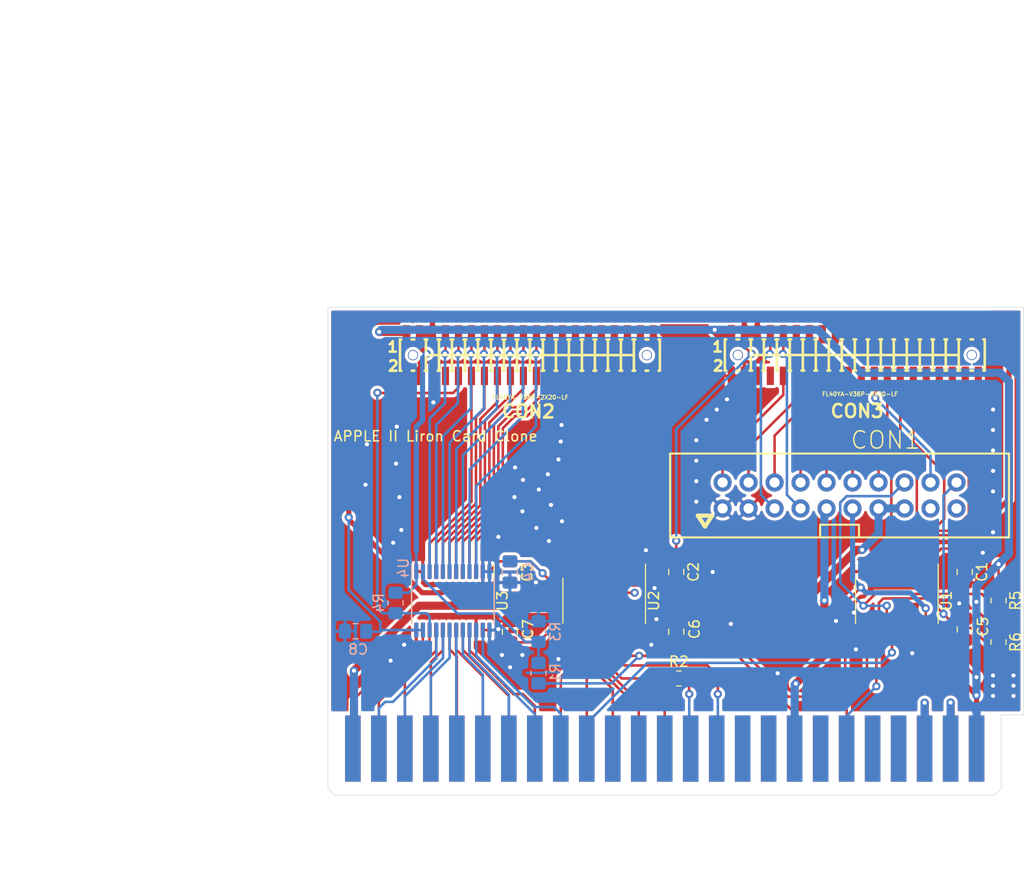
<source format=kicad_pcb>
(kicad_pcb (version 20171130) (host pcbnew 5.1.9)
  (layers (0 Top signal) (31 Bottom signal) (34 B.Paste user) (35 F.Paste user) (36 B.SilkS user) (37 F.SilkS user) (38 B.Mask user) (39 F.Mask user) (44 Edge.Cuts user))
  (net 0 "")
  (net 1 GND)
  (net 2 /A0)
  (net 3 /A1)
  (net 4 /A2)
  (net 5 /A3)
  (net 6 /A4)
  (net 7 /A5)
  (net 8 /A6)
  (net 9 /A7)
  (net 10 /A8)
  (net 11 /A9)
  (net 12 /A10)
  (net 13 /A11)
  (net 14 "Net-(ST1-Pad14)")
  (net 15 "Net-(ST1-Pad15)")
  (net 16 "Net-(ST1-Pad16)")
  (net 17 "Net-(ST1-Pad17)")
  (net 18 /RW)
  (net 19 "Net-(ST1-Pad19)")
  (net 20 "Net-(ST1-Pad21)")
  (net 21 "Net-(ST1-Pad22)")
  (net 22 "Net-(ST1-Pad23)")
  (net 23 "Net-(ST1-Pad24)")
  (net 24 /5V)
  (net 25 /12V)
  (net 26 /D0)
  (net 27 /D1)
  (net 28 /D2)
  (net 29 /D3)
  (net 30 /D4)
  (net 31 /D5)
  (net 32 /D6)
  (net 33 /D7)
  (net 34 //DEVSEL)
  (net 35 "Net-(ST1-Pad40)")
  (net 36 "Net-(ST1-Pad39)")
  (net 37 "Net-(ST1-Pad38)")
  (net 38 /Q3)
  (net 39 /7M)
  (net 40 "Net-(ST1-Pad35)")
  (net 41 "Net-(ST1-Pad34)")
  (net 42 /-12V)
  (net 43 "Net-(ST1-Pad32)")
  (net 44 "Net-(ST1-Pad30)")
  (net 45 "Net-(ST1-Pad29)")
  (net 46 /EN245)
  (net 47 /D0_33)
  (net 48 /D1_33)
  (net 49 /D2_33)
  (net 50 /D3_33)
  (net 51 /D4_33)
  (net 52 /D5_33)
  (net 53 /D6_33)
  (net 54 /D7_33)
  (net 55 /Q3R)
  (net 56 /RDDATA)
  (net 57 /SENSE)
  (net 58 /SENSE_33)
  (net 59 /RDDATA_33)
  (net 60 /A0_33)
  (net 61 /A1_33)
  (net 62 /A2_33)
  (net 63 /A3_33)
  (net 64 /A4_33)
  (net 65 /A5_33)
  (net 66 /A6_33)
  (net 67 /A7_33)
  (net 68 /A8_33)
  (net 69 /A9_33)
  (net 70 /A10_33)
  (net 71 /A11_33)
  (net 72 /Q3R_33)
  (net 73 /7M_33)
  (net 74 /RW_33)
  (net 75 "Net-(CON1-Pad19)")
  (net 76 /WRDATA)
  (net 77 "Net-(CON1-Pad17)")
  (net 78 /SEL)
  (net 79 /PH3)
  (net 80 /PH2)
  (net 81 /PH1)
  (net 82 /PH0)
  (net 83 /3.3V)
  (net 84 "Net-(CON3-Pad39)")
  (net 85 "Net-(CON3-Pad40)")
  (net 86 "Net-(CON3-Pad37)")
  (net 87 "Net-(CON3-Pad38)")
  (net 88 "Net-(CON3-Pad35)")
  (net 89 "Net-(CON3-Pad36)")
  (net 90 "Net-(CON3-Pad33)")
  (net 91 "Net-(CON3-Pad31)")
  (net 92 "Net-(CON3-Pad29)")
  (net 93 "Net-(CON3-Pad27)")
  (net 94 "Net-(CON3-Pad25)")
  (net 95 "Net-(CON3-Pad23)")
  (net 96 "Net-(CON3-Pad21)")
  (net 97 "Net-(CON3-Pad19)")
  (net 98 /~ENABLE2)
  (net 99 /~EN35)
  (net 100 /~WREQ)
  (net 101 /~ENABLE1)
  (net 102 /~IOSELECT_33)
  (net 103 /~IOSTROBE_33)
  (net 104 /~RESET_33)
  (net 105 /~DEVSEL_33)
  (net 106 "Net-(R1-Pad2)")
  (net 107 /~RESET)
  (net 108 /~IOSTROBE)
  (net 109 /~IOSELECT)
  (net 110 "Net-(U1-Pad3)")
  (net 111 "Net-(U1-Pad4)")
  (net 112 "Net-(U1-Pad5)")
  (net 113 "Net-(CON3-Pad17)")
  (net 114 "Net-(CON3-Pad15)")
  (net 115 "Net-(CON3-Pad13)")
  (net 116 "Net-(CON3-Pad11)")
  (net 117 "Net-(CON2-Pad31)")
  (net 118 "Net-(CON2-Pad29)")
  (net 119 "Net-(CON2-Pad27)")
  (net 120 "Net-(CON2-Pad25)")
  (net 121 "Net-(CON2-Pad23)")
  (net 122 "Net-(CON2-Pad37)")
  (net 123 "Net-(CON2-Pad35)")
  (net 124 "Net-(CON2-Pad33)")
  (net 125 "Net-(CON2-Pad8)")
  (net 126 "Net-(CON2-Pad6)")
  (net 127 "Net-(CON3-Pad8)")
  (net 128 "Net-(CON3-Pad6)")
  (module bmowdisk:A2-50PIN-MINI (layer Top) (at 77.700001 94.707001)
    (fp_text reference ST1 hide)
    (fp_text value A2-50PINMINI hide)
    (pad 26 smd rect (at 88.395 29.845) (size 1.524 6.477) (layers Bottom B.Mask) (net 1 GND))
    (pad 27 smd rect (at 85.855 29.845) (size 1.524 6.477) (layers Bottom B.Mask) (net 23 "Net-(ST1-Pad24)"))
    (pad 28 smd rect (at 83.315 29.845) (size 1.524 6.477) (layers Bottom B.Mask) (net 22 "Net-(ST1-Pad23)"))
    (pad 29 smd rect (at 80.775 29.845) (size 1.524 6.477) (layers Bottom B.Mask) (net 45 "Net-(ST1-Pad29)"))
    (pad 30 smd rect (at 78.235 29.845) (size 1.524 6.477) (layers Bottom B.Mask) (net 44 "Net-(ST1-Pad30)"))
    (pad 31 smd rect (at 75.695 29.845) (size 1.524 6.477) (layers Bottom B.Mask) (net 107 /~RESET))
    (pad 32 smd rect (at 73.155 29.845) (size 1.524 6.477) (layers Bottom B.Mask) (net 43 "Net-(ST1-Pad32)"))
    (pad 33 smd rect (at 70.615 29.845) (size 1.524 6.477) (layers Bottom B.Mask) (net 42 /-12V))
    (pad 34 smd rect (at 68.075 29.845) (size 1.524 6.477) (layers Bottom B.Mask) (net 41 "Net-(ST1-Pad34)"))
    (pad 35 smd rect (at 65.535 29.845) (size 1.524 6.477) (layers Bottom B.Mask) (net 40 "Net-(ST1-Pad35)"))
    (pad 36 smd rect (at 62.995 29.845) (size 1.524 6.477) (layers Bottom B.Mask) (net 39 /7M))
    (pad 37 smd rect (at 60.455 29.845) (size 1.524 6.477) (layers Bottom B.Mask) (net 38 /Q3))
    (pad 38 smd rect (at 57.915 29.845) (size 1.524 6.477) (layers Bottom B.Mask) (net 37 "Net-(ST1-Pad38)"))
    (pad 39 smd rect (at 55.375 29.845) (size 1.524 6.477) (layers Bottom B.Mask) (net 36 "Net-(ST1-Pad39)"))
    (pad 40 smd rect (at 52.835 29.845) (size 1.524 6.477) (layers Bottom B.Mask) (net 35 "Net-(ST1-Pad40)"))
    (pad 41 smd rect (at 50.295 29.845) (size 1.524 6.477) (layers Bottom B.Mask) (net 34 //DEVSEL))
    (pad 42 smd rect (at 47.755 29.845) (size 1.524 6.477) (layers Bottom B.Mask) (net 33 /D7))
    (pad 43 smd rect (at 45.215 29.845) (size 1.524 6.477) (layers Bottom B.Mask) (net 32 /D6))
    (pad 44 smd rect (at 42.675 29.845) (size 1.524 6.477) (layers Bottom B.Mask) (net 31 /D5))
    (pad 45 smd rect (at 40.135 29.845) (size 1.524 6.477) (layers Bottom B.Mask) (net 30 /D4))
    (pad 46 smd rect (at 37.595 29.845) (size 1.524 6.477) (layers Bottom B.Mask) (net 29 /D3))
    (pad 47 smd rect (at 35.055 29.845) (size 1.524 6.477) (layers Bottom B.Mask) (net 28 /D2))
    (pad 48 smd rect (at 32.515 29.845) (size 1.524 6.477) (layers Bottom B.Mask) (net 27 /D1))
    (pad 49 smd rect (at 29.975 29.845) (size 1.524 6.477) (layers Bottom B.Mask) (net 26 /D0))
    (pad 50 smd rect (at 27.435 29.845) (size 1.524 6.477) (layers Bottom B.Mask) (net 25 /12V))
    (pad 25 smd rect (at 88.395 29.845) (size 1.524 6.477) (layers Top F.Mask) (net 24 /5V))
    (pad 24 smd rect (at 85.855 29.845) (size 1.524 6.477) (layers Top F.Mask) (net 23 "Net-(ST1-Pad24)"))
    (pad 23 smd rect (at 83.315 29.845) (size 1.524 6.477) (layers Top F.Mask) (net 22 "Net-(ST1-Pad23)"))
    (pad 22 smd rect (at 80.775 29.845) (size 1.524 6.477) (layers Top F.Mask) (net 21 "Net-(ST1-Pad22)"))
    (pad 21 smd rect (at 78.235 29.845) (size 1.524 6.477) (layers Top F.Mask) (net 20 "Net-(ST1-Pad21)"))
    (pad 20 smd rect (at 75.695 29.845) (size 1.524 6.477) (layers Top F.Mask) (net 108 /~IOSTROBE))
    (pad 19 smd rect (at 73.155 29.845) (size 1.524 6.477) (layers Top F.Mask) (net 19 "Net-(ST1-Pad19)"))
    (pad 18 smd rect (at 70.615 29.845) (size 1.524 6.477) (layers Top F.Mask) (net 18 /RW))
    (pad 17 smd rect (at 68.075 29.845) (size 1.524 6.477) (layers Top F.Mask) (net 17 "Net-(ST1-Pad17)"))
    (pad 16 smd rect (at 65.535 29.845) (size 1.524 6.477) (layers Top F.Mask) (net 16 "Net-(ST1-Pad16)"))
    (pad 15 smd rect (at 62.995 29.845) (size 1.524 6.477) (layers Top F.Mask) (net 15 "Net-(ST1-Pad15)"))
    (pad 14 smd rect (at 60.455 29.845) (size 1.524 6.477) (layers Top F.Mask) (net 14 "Net-(ST1-Pad14)"))
    (pad 13 smd rect (at 57.915 29.845) (size 1.524 6.477) (layers Top F.Mask) (net 13 /A11))
    (pad 12 smd rect (at 55.375 29.845) (size 1.524 6.477) (layers Top F.Mask) (net 12 /A10))
    (pad 11 smd rect (at 52.835 29.845) (size 1.524 6.477) (layers Top F.Mask) (net 11 /A9))
    (pad 10 smd rect (at 50.295 29.845) (size 1.524 6.477) (layers Top F.Mask) (net 10 /A8))
    (pad 09 smd rect (at 47.755 29.845) (size 1.524 6.477) (layers Top F.Mask) (net 9 /A7))
    (pad 08 smd rect (at 45.215 29.845) (size 1.524 6.477) (layers Top F.Mask) (net 8 /A6))
    (pad 07 smd rect (at 42.675 29.845) (size 1.524 6.477) (layers Top F.Mask) (net 7 /A5))
    (pad 06 smd rect (at 40.135 29.845) (size 1.524 6.477) (layers Top F.Mask) (net 6 /A4))
    (pad 05 smd rect (at 37.595 29.845) (size 1.524 6.477) (layers Top F.Mask) (net 5 /A3))
    (pad 04 smd rect (at 35.055 29.845) (size 1.524 6.477) (layers Top F.Mask) (net 4 /A2))
    (pad 03 smd rect (at 32.515 29.845) (size 1.524 6.477) (layers Top F.Mask) (net 3 /A1))
    (pad 02 smd rect (at 29.975 29.845) (size 1.524 6.477) (layers Top F.Mask) (net 2 /A0))
    (pad 01 smd rect (at 27.435 29.845) (size 1.524 6.477) (layers Top F.Mask) (net 109 /~IOSELECT))
  )
  (module bmowdisk:C_0805_2012Metric_Pad1.18x1.45mm_HandSolder (layer Bottom) (at 105.400001 113.075001 180)
    (fp_text reference C8 (at -0.254 -1.778 180) (layer B.SilkS) (effects (justify mirror)))
    (fp_text value 0.1uF)
    (pad 2 smd roundrect (at 1.0375 0 180) (size 1.175 1.45) (layers Bottom B.Paste B.Mask) (roundrect_rratio 0.212766) (net 1 GND))
    (pad 1 smd roundrect (at -1.0375 0 180) (size 1.175 1.45) (layers Bottom B.Paste B.Mask) (roundrect_rratio 0.212766) (net 24 /5V))
  )
  (module bmowdisk:C_0805_2012Metric_Pad1.18x1.45mm_HandSolder (layer Top) (at 164.934001 112.889501 90)
    (fp_text reference C5 (at 0.254 1.778 90) (layer F.SilkS))
    (fp_text value 0.1uF)
    (pad 2 smd roundrect (at 1.0375 0 90) (size 1.175 1.45) (layers Top F.Paste F.Mask) (roundrect_rratio 0.212766) (net 1 GND))
    (pad 1 smd roundrect (at -1.0375 0 90) (size 1.175 1.45) (layers Top F.Paste F.Mask) (roundrect_rratio 0.212766) (net 24 /5V))
  )
  (module bmowdisk:C_0805_2012Metric_Pad1.18x1.45mm_HandSolder (layer Top) (at 164.934001 107.280001 270)
    (fp_text reference C1 (at 0 -1.68 270) (layer F.SilkS))
    (fp_text value 0.1uF)
    (pad 1 smd roundrect (at -1.0375 0 270) (size 1.175 1.45) (layers Top F.Paste F.Mask) (roundrect_rratio 0.212766) (net 83 /3.3V))
    (pad 2 smd roundrect (at 1.0375 0 270) (size 1.175 1.45) (layers Top F.Paste F.Mask) (roundrect_rratio 0.212766) (net 1 GND))
  )
  (module lime2-ice40-shield:YA-V36P-2X20-LF (layer Top) (at 154.190001 86.065001)
    (fp_text reference CON3 (at 0.22 5.48) (layer F.SilkS) (effects (font (size 1.27 1.27) (thickness 0.254))))
    (fp_text value FL40YA-V36P-2X20-LF (at 0.51 3.82) (layer F.SilkS) (effects (font (size 0.4064 0.4064) (thickness 0.0889))))
    (fp_text user 2 (at -13.35 1.07) (layer F.SilkS) (effects (font (size 1.016 1.016) (thickness 0.254))))
    (fp_text user 1 (at -13.41 -0.8) (layer F.SilkS) (effects (font (size 1.016 1.016) (thickness 0.254))))
    (pad "" thru_hole circle (at 11.43 0) (size 1 1) (drill 0.85) (layers *.Cu *.Mask))
    (pad "" thru_hole circle (at -11.43 0) (size 1 1) (drill 0.85) (layers *.Cu *.Mask))
    (pad 39 smd rect (at 12.065 -2.032 90) (size 1.79832 0.6985) (layers Top F.Paste F.Mask) (net 84 "Net-(CON3-Pad39)"))
    (pad 40 smd rect (at 12.065 2.032 90) (size 1.79832 0.6985) (layers Top F.Paste F.Mask) (net 85 "Net-(CON3-Pad40)"))
    (pad 37 smd rect (at 10.795 -2.032 90) (size 1.79832 0.6985) (layers Top F.Paste F.Mask) (net 86 "Net-(CON3-Pad37)"))
    (pad 38 smd rect (at 10.795 2.032 90) (size 1.79832 0.6985) (layers Top F.Paste F.Mask) (net 87 "Net-(CON3-Pad38)"))
    (pad 35 smd rect (at 9.525 -2.032 90) (size 1.79832 0.6985) (layers Top F.Paste F.Mask) (net 88 "Net-(CON3-Pad35)"))
    (pad 36 smd rect (at 9.525 2.032 90) (size 1.79832 0.6985) (layers Top F.Paste F.Mask) (net 89 "Net-(CON3-Pad36)"))
    (pad 33 smd rect (at 8.255 -2.032 90) (size 1.79832 0.6985) (layers Top F.Paste F.Mask) (net 90 "Net-(CON3-Pad33)"))
    (pad 34 smd rect (at 8.255 2.032 90) (size 1.79832 0.6985) (layers Top F.Paste F.Mask) (net 105 /~DEVSEL_33))
    (pad 31 smd rect (at 6.985 -2.032 90) (size 1.79832 0.6985) (layers Top F.Paste F.Mask) (net 91 "Net-(CON3-Pad31)"))
    (pad 32 smd rect (at 6.985 2.032 90) (size 1.79832 0.6985) (layers Top F.Paste F.Mask) (net 59 /RDDATA_33))
    (pad 29 smd rect (at 5.715 -2.032 90) (size 1.79832 0.6985) (layers Top F.Paste F.Mask) (net 92 "Net-(CON3-Pad29)"))
    (pad 30 smd rect (at 5.715 2.032 90) (size 1.79832 0.6985) (layers Top F.Paste F.Mask) (net 58 /SENSE_33))
    (pad 27 smd rect (at 4.445 -2.032 90) (size 1.79832 0.6985) (layers Top F.Paste F.Mask) (net 93 "Net-(CON3-Pad27)"))
    (pad 28 smd rect (at 4.445 2.032 90) (size 1.79832 0.6985) (layers Top F.Paste F.Mask) (net 104 /~RESET_33))
    (pad 25 smd rect (at 3.175 -2.032 90) (size 1.79832 0.6985) (layers Top F.Paste F.Mask) (net 94 "Net-(CON3-Pad25)"))
    (pad 26 smd rect (at 3.175 2.032 90) (size 1.79832 0.6985) (layers Top F.Paste F.Mask) (net 103 /~IOSTROBE_33))
    (pad 23 smd rect (at 1.905 -2.032 90) (size 1.79832 0.6985) (layers Top F.Paste F.Mask) (net 95 "Net-(CON3-Pad23)"))
    (pad 24 smd rect (at 1.905 2.032 90) (size 1.79832 0.6985) (layers Top F.Paste F.Mask) (net 76 /WRDATA))
    (pad 21 smd rect (at 0.635 -2.032 90) (size 1.79832 0.6985) (layers Top F.Paste F.Mask) (net 96 "Net-(CON3-Pad21)"))
    (pad 22 smd rect (at 0.635 2.032 90) (size 1.79832 0.6985) (layers Top F.Paste F.Mask) (net 101 /~ENABLE1))
    (pad 19 smd rect (at -0.635 -2.032 90) (size 1.79832 0.6985) (layers Top F.Paste F.Mask) (net 97 "Net-(CON3-Pad19)"))
    (pad 20 smd rect (at -0.635 2.032 90) (size 1.79832 0.6985) (layers Top F.Paste F.Mask) (net 78 /SEL))
    (pad 17 smd rect (at -1.905 -2.032 90) (size 1.79832 0.6985) (layers Top F.Paste F.Mask) (net 113 "Net-(CON3-Pad17)"))
    (pad 18 smd rect (at -1.905 2.032 90) (size 1.79832 0.6985) (layers Top F.Paste F.Mask) (net 100 /~WREQ))
    (pad 15 smd rect (at -3.175 -2.032 90) (size 1.79832 0.6985) (layers Top F.Paste F.Mask) (net 114 "Net-(CON3-Pad15)"))
    (pad 16 smd rect (at -3.175 2.032 90) (size 1.79832 0.6985) (layers Top F.Paste F.Mask) (net 79 /PH3))
    (pad 13 smd rect (at -4.445 -2.032 90) (size 1.79832 0.6985) (layers Top F.Paste F.Mask) (net 115 "Net-(CON3-Pad13)"))
    (pad 14 smd rect (at -4.445 2.032 90) (size 1.79832 0.6985) (layers Top F.Paste F.Mask) (net 80 /PH2))
    (pad 11 smd rect (at -5.715 -2.032 90) (size 1.79832 0.6985) (layers Top F.Paste F.Mask) (net 116 "Net-(CON3-Pad11)"))
    (pad 12 smd rect (at -5.715 2.032 90) (size 1.79832 0.6985) (layers Top F.Paste F.Mask) (net 81 /PH1))
    (pad 9 smd rect (at -6.985 -2.032 90) (size 1.79832 0.6985) (layers Top F.Paste F.Mask) (net 99 /~EN35))
    (pad 10 smd rect (at -6.985 2.032 90) (size 1.79832 0.6985) (layers Top F.Paste F.Mask) (net 82 /PH0))
    (pad 7 smd rect (at -8.255 -2.032 90) (size 1.79832 0.6985) (layers Top F.Paste F.Mask) (net 98 /~ENABLE2))
    (pad 8 smd rect (at -8.255 2.032 90) (size 1.79832 0.6985) (layers Top F.Paste F.Mask) (net 127 "Net-(CON3-Pad8)"))
    (pad 5 smd rect (at -9.525 -2.032 90) (size 1.79832 0.6985) (layers Top F.Paste F.Mask) (net 83 /3.3V))
    (pad 6 smd rect (at -9.525 2.032 90) (size 1.79832 0.6985) (layers Top F.Paste F.Mask) (net 128 "Net-(CON3-Pad6)"))
    (pad 3 smd rect (at -10.795 -2.032 90) (size 1.79832 0.6985) (layers Top F.Paste F.Mask) (net 83 /3.3V))
    (pad 4 smd rect (at -10.795 2.032 90) (size 1.79832 0.6985) (layers Top F.Paste F.Mask) (net 1 GND))
    (pad 1 smd rect (at -12.065 -2.032 90) (size 1.79832 0.6985) (layers Top F.Paste F.Mask) (net 24 /5V))
    (pad 2 smd rect (at -12.065 2.032 90) (size 1.79832 0.6985) (layers Top F.Paste F.Mask) (net 1 GND))
  )
  (module lime2-ice40-shield:YA-V36P-2X20-LF (layer Top) (at 122.440001 86.075001)
    (fp_text reference CON2 (at -0.15 5.515) (layer F.SilkS) (effects (font (size 1.27 1.27) (thickness 0.254))))
    (fp_text value FL40YA-V36P-2X20-LF (at 0.05 4.13) (layer F.SilkS) (effects (font (size 0.4064 0.4064) (thickness 0.0889))))
    (fp_text user 2 (at -13.35 1.07) (layer F.SilkS) (effects (font (size 1.016 1.016) (thickness 0.254))))
    (fp_text user 1 (at -13.41 -0.8) (layer F.SilkS) (effects (font (size 1.016 1.016) (thickness 0.254))))
    (pad "" thru_hole circle (at 11.43 0) (size 1 1) (drill 0.85) (layers *.Cu *.Mask))
    (pad "" thru_hole circle (at -11.43 0) (size 1 1) (drill 0.85) (layers *.Cu *.Mask))
    (pad 39 smd rect (at 12.065 -2.032 90) (size 1.79832 0.6985) (layers Top F.Paste F.Mask) (net 74 /RW_33))
    (pad 40 smd rect (at 12.065 2.032 90) (size 1.79832 0.6985) (layers Top F.Paste F.Mask) (net 73 /7M_33))
    (pad 37 smd rect (at 10.795 -2.032 90) (size 1.79832 0.6985) (layers Top F.Paste F.Mask) (net 122 "Net-(CON2-Pad37)"))
    (pad 38 smd rect (at 10.795 2.032 90) (size 1.79832 0.6985) (layers Top F.Paste F.Mask) (net 72 /Q3R_33))
    (pad 35 smd rect (at 9.525 -2.032 90) (size 1.79832 0.6985) (layers Top F.Paste F.Mask) (net 123 "Net-(CON2-Pad35)"))
    (pad 36 smd rect (at 9.525 2.032 90) (size 1.79832 0.6985) (layers Top F.Paste F.Mask) (net 71 /A11_33))
    (pad 33 smd rect (at 8.255 -2.032 90) (size 1.79832 0.6985) (layers Top F.Paste F.Mask) (net 124 "Net-(CON2-Pad33)"))
    (pad 34 smd rect (at 8.255 2.032 90) (size 1.79832 0.6985) (layers Top F.Paste F.Mask) (net 70 /A10_33))
    (pad 31 smd rect (at 6.985 -2.032 90) (size 1.79832 0.6985) (layers Top F.Paste F.Mask) (net 117 "Net-(CON2-Pad31)"))
    (pad 32 smd rect (at 6.985 2.032 90) (size 1.79832 0.6985) (layers Top F.Paste F.Mask) (net 69 /A9_33))
    (pad 29 smd rect (at 5.715 -2.032 90) (size 1.79832 0.6985) (layers Top F.Paste F.Mask) (net 118 "Net-(CON2-Pad29)"))
    (pad 30 smd rect (at 5.715 2.032 90) (size 1.79832 0.6985) (layers Top F.Paste F.Mask) (net 68 /A8_33))
    (pad 27 smd rect (at 4.445 -2.032 90) (size 1.79832 0.6985) (layers Top F.Paste F.Mask) (net 119 "Net-(CON2-Pad27)"))
    (pad 28 smd rect (at 4.445 2.032 90) (size 1.79832 0.6985) (layers Top F.Paste F.Mask) (net 67 /A7_33))
    (pad 25 smd rect (at 3.175 -2.032 90) (size 1.79832 0.6985) (layers Top F.Paste F.Mask) (net 120 "Net-(CON2-Pad25)"))
    (pad 26 smd rect (at 3.175 2.032 90) (size 1.79832 0.6985) (layers Top F.Paste F.Mask) (net 66 /A6_33))
    (pad 23 smd rect (at 1.905 -2.032 90) (size 1.79832 0.6985) (layers Top F.Paste F.Mask) (net 121 "Net-(CON2-Pad23)"))
    (pad 24 smd rect (at 1.905 2.032 90) (size 1.79832 0.6985) (layers Top F.Paste F.Mask) (net 65 /A5_33))
    (pad 21 smd rect (at 0.635 -2.032 90) (size 1.79832 0.6985) (layers Top F.Paste F.Mask) (net 54 /D7_33))
    (pad 22 smd rect (at 0.635 2.032 90) (size 1.79832 0.6985) (layers Top F.Paste F.Mask) (net 64 /A4_33))
    (pad 19 smd rect (at -0.635 -2.032 90) (size 1.79832 0.6985) (layers Top F.Paste F.Mask) (net 53 /D6_33))
    (pad 20 smd rect (at -0.635 2.032 90) (size 1.79832 0.6985) (layers Top F.Paste F.Mask) (net 63 /A3_33))
    (pad 17 smd rect (at -1.905 -2.032 90) (size 1.79832 0.6985) (layers Top F.Paste F.Mask) (net 52 /D5_33))
    (pad 18 smd rect (at -1.905 2.032 90) (size 1.79832 0.6985) (layers Top F.Paste F.Mask) (net 62 /A2_33))
    (pad 15 smd rect (at -3.175 -2.032 90) (size 1.79832 0.6985) (layers Top F.Paste F.Mask) (net 51 /D4_33))
    (pad 16 smd rect (at -3.175 2.032 90) (size 1.79832 0.6985) (layers Top F.Paste F.Mask) (net 61 /A1_33))
    (pad 13 smd rect (at -4.445 -2.032 90) (size 1.79832 0.6985) (layers Top F.Paste F.Mask) (net 50 /D3_33))
    (pad 14 smd rect (at -4.445 2.032 90) (size 1.79832 0.6985) (layers Top F.Paste F.Mask) (net 60 /A0_33))
    (pad 11 smd rect (at -5.715 -2.032 90) (size 1.79832 0.6985) (layers Top F.Paste F.Mask) (net 49 /D2_33))
    (pad 12 smd rect (at -5.715 2.032 90) (size 1.79832 0.6985) (layers Top F.Paste F.Mask) (net 102 /~IOSELECT_33))
    (pad 9 smd rect (at -6.985 -2.032 90) (size 1.79832 0.6985) (layers Top F.Paste F.Mask) (net 48 /D1_33))
    (pad 10 smd rect (at -6.985 2.032 90) (size 1.79832 0.6985) (layers Top F.Paste F.Mask) (net 46 /EN245))
    (pad 7 smd rect (at -8.255 -2.032 90) (size 1.79832 0.6985) (layers Top F.Paste F.Mask) (net 47 /D0_33))
    (pad 8 smd rect (at -8.255 2.032 90) (size 1.79832 0.6985) (layers Top F.Paste F.Mask) (net 125 "Net-(CON2-Pad8)"))
    (pad 5 smd rect (at -9.525 -2.032 90) (size 1.79832 0.6985) (layers Top F.Paste F.Mask) (net 83 /3.3V))
    (pad 6 smd rect (at -9.525 2.032 90) (size 1.79832 0.6985) (layers Top F.Paste F.Mask) (net 126 "Net-(CON2-Pad6)"))
    (pad 3 smd rect (at -10.795 -2.032 90) (size 1.79832 0.6985) (layers Top F.Paste F.Mask) (net 83 /3.3V))
    (pad 4 smd rect (at -10.795 2.032 90) (size 1.79832 0.6985) (layers Top F.Paste F.Mask) (net 1 GND))
    (pad 1 smd rect (at -12.065 -2.032 90) (size 1.79832 0.6985) (layers Top F.Paste F.Mask) (net 24 /5V))
    (pad 2 smd rect (at -12.065 2.032 90) (size 1.79832 0.6985) (layers Top F.Paste F.Mask) (net 1 GND))
  )
  (module kicad:TSSOP-24_4.4x7.8mm_P0.65mm (layer Top) (at 129.700001 110.100001 270)
    (fp_text reference U2 (at 0 -4.85 90) (layer F.SilkS))
    (fp_text value SN74LVC8T245PW)
    (pad 24 smd roundrect (at 2.8625 -3.575 270) (size 1.475 0.4) (layers Top F.Paste F.Mask) (net 24 /5V))
    (pad 23 smd roundrect (at 2.8625 -2.925 270) (size 1.475 0.4) (layers Top F.Paste F.Mask) (net 24 /5V))
    (pad 22 smd roundrect (at 2.8625 -2.275 270) (size 1.475 0.4) (layers Top F.Paste F.Mask) (net 1 GND))
    (pad 21 smd roundrect (at 2.8625 -1.625 270) (size 1.475 0.4) (layers Top F.Paste F.Mask) (net 18 /RW))
    (pad 20 smd roundrect (at 2.8625 -0.975 270) (size 1.475 0.4) (layers Top F.Paste F.Mask) (net 39 /7M))
    (pad 19 smd roundrect (at 2.8625 -0.325 270) (size 1.475 0.4) (layers Top F.Paste F.Mask) (net 55 /Q3R))
    (pad 18 smd roundrect (at 2.8625 0.325 270) (size 1.475 0.4) (layers Top F.Paste F.Mask) (net 13 /A11))
    (pad 17 smd roundrect (at 2.8625 0.975 270) (size 1.475 0.4) (layers Top F.Paste F.Mask) (net 12 /A10))
    (pad 16 smd roundrect (at 2.8625 1.625 270) (size 1.475 0.4) (layers Top F.Paste F.Mask) (net 11 /A9))
    (pad 15 smd roundrect (at 2.8625 2.275 270) (size 1.475 0.4) (layers Top F.Paste F.Mask) (net 10 /A8))
    (pad 14 smd roundrect (at 2.8625 2.925 270) (size 1.475 0.4) (layers Top F.Paste F.Mask) (net 9 /A7))
    (pad 13 smd roundrect (at 2.8625 3.575 270) (size 1.475 0.4) (layers Top F.Paste F.Mask) (net 1 GND))
    (pad 12 smd roundrect (at -2.8625 3.575 270) (size 1.475 0.4) (layers Top F.Paste F.Mask) (net 1 GND))
    (pad 11 smd roundrect (at -2.8625 2.925 270) (size 1.475 0.4) (layers Top F.Paste F.Mask) (net 1 GND))
    (pad 10 smd roundrect (at -2.8625 2.275 270) (size 1.475 0.4) (layers Top F.Paste F.Mask) (net 67 /A7_33))
    (pad 9 smd roundrect (at -2.8625 1.625 270) (size 1.475 0.4) (layers Top F.Paste F.Mask) (net 68 /A8_33))
    (pad 8 smd roundrect (at -2.8625 0.975 270) (size 1.475 0.4) (layers Top F.Paste F.Mask) (net 69 /A9_33))
    (pad 7 smd roundrect (at -2.8625 0.325 270) (size 1.475 0.4) (layers Top F.Paste F.Mask) (net 70 /A10_33))
    (pad 6 smd roundrect (at -2.8625 -0.325 270) (size 1.475 0.4) (layers Top F.Paste F.Mask) (net 71 /A11_33))
    (pad 5 smd roundrect (at -2.8625 -0.975 270) (size 1.475 0.4) (layers Top F.Paste F.Mask) (net 72 /Q3R_33))
    (pad 4 smd roundrect (at -2.8625 -1.625 270) (size 1.475 0.4) (layers Top F.Paste F.Mask) (net 73 /7M_33))
    (pad 3 smd roundrect (at -2.8625 -2.275 270) (size 1.475 0.4) (layers Top F.Paste F.Mask) (net 74 /RW_33))
    (pad 2 smd roundrect (at -2.8625 -2.925 270) (size 1.475 0.4) (layers Top F.Paste F.Mask) (net 1 GND))
    (pad 1 smd roundrect (at -2.8625 -3.575 270) (size 1.475 0.4) (layers Top F.Paste F.Mask) (net 83 /3.3V))
  )
  (module kicad:TSSOP-24_4.4x7.8mm_P0.65mm (layer Top) (at 114.900001 110.100001 270)
    (fp_text reference U3 (at 0 -4.85 90) (layer F.SilkS))
    (fp_text value SN74LVC8T245PW)
    (pad 24 smd roundrect (at 2.8625 -3.575 270) (size 1.475 0.4) (layers Top F.Paste F.Mask) (net 24 /5V))
    (pad 23 smd roundrect (at 2.8625 -2.925 270) (size 1.475 0.4) (layers Top F.Paste F.Mask) (net 24 /5V))
    (pad 22 smd roundrect (at 2.8625 -2.275 270) (size 1.475 0.4) (layers Top F.Paste F.Mask) (net 1 GND))
    (pad 21 smd roundrect (at 2.8625 -1.625 270) (size 1.475 0.4) (layers Top F.Paste F.Mask) (net 8 /A6))
    (pad 20 smd roundrect (at 2.8625 -0.975 270) (size 1.475 0.4) (layers Top F.Paste F.Mask) (net 7 /A5))
    (pad 19 smd roundrect (at 2.8625 -0.325 270) (size 1.475 0.4) (layers Top F.Paste F.Mask) (net 6 /A4))
    (pad 18 smd roundrect (at 2.8625 0.325 270) (size 1.475 0.4) (layers Top F.Paste F.Mask) (net 5 /A3))
    (pad 17 smd roundrect (at 2.8625 0.975 270) (size 1.475 0.4) (layers Top F.Paste F.Mask) (net 4 /A2))
    (pad 16 smd roundrect (at 2.8625 1.625 270) (size 1.475 0.4) (layers Top F.Paste F.Mask) (net 3 /A1))
    (pad 15 smd roundrect (at 2.8625 2.275 270) (size 1.475 0.4) (layers Top F.Paste F.Mask) (net 2 /A0))
    (pad 14 smd roundrect (at 2.8625 2.925 270) (size 1.475 0.4) (layers Top F.Paste F.Mask) (net 109 /~IOSELECT))
    (pad 13 smd roundrect (at 2.8625 3.575 270) (size 1.475 0.4) (layers Top F.Paste F.Mask) (net 1 GND))
    (pad 12 smd roundrect (at -2.8625 3.575 270) (size 1.475 0.4) (layers Top F.Paste F.Mask) (net 1 GND))
    (pad 11 smd roundrect (at -2.8625 2.925 270) (size 1.475 0.4) (layers Top F.Paste F.Mask) (net 1 GND))
    (pad 10 smd roundrect (at -2.8625 2.275 270) (size 1.475 0.4) (layers Top F.Paste F.Mask) (net 102 /~IOSELECT_33))
    (pad 9 smd roundrect (at -2.8625 1.625 270) (size 1.475 0.4) (layers Top F.Paste F.Mask) (net 60 /A0_33))
    (pad 8 smd roundrect (at -2.8625 0.975 270) (size 1.475 0.4) (layers Top F.Paste F.Mask) (net 61 /A1_33))
    (pad 7 smd roundrect (at -2.8625 0.325 270) (size 1.475 0.4) (layers Top F.Paste F.Mask) (net 62 /A2_33))
    (pad 6 smd roundrect (at -2.8625 -0.325 270) (size 1.475 0.4) (layers Top F.Paste F.Mask) (net 63 /A3_33))
    (pad 5 smd roundrect (at -2.8625 -0.975 270) (size 1.475 0.4) (layers Top F.Paste F.Mask) (net 64 /A4_33))
    (pad 4 smd roundrect (at -2.8625 -1.625 270) (size 1.475 0.4) (layers Top F.Paste F.Mask) (net 65 /A5_33))
    (pad 3 smd roundrect (at -2.8625 -2.275 270) (size 1.475 0.4) (layers Top F.Paste F.Mask) (net 66 /A6_33))
    (pad 2 smd roundrect (at -2.8625 -2.925 270) (size 1.475 0.4) (layers Top F.Paste F.Mask) (net 1 GND))
    (pad 1 smd roundrect (at -2.8625 -3.575 270) (size 1.475 0.4) (layers Top F.Paste F.Mask) (net 83 /3.3V))
  )
  (module bmowdisk:C_0805_2012Metric_Pad1.18x1.45mm_HandSolder (layer Top) (at 136.740001 113.122001 90)
    (fp_text reference C6 (at 0.254 1.778 90) (layer F.SilkS))
    (fp_text value 0.1uF)
    (pad 1 smd roundrect (at -1.0375 0 90) (size 1.175 1.45) (layers Top F.Paste F.Mask) (roundrect_rratio 0.212766) (net 24 /5V))
    (pad 2 smd roundrect (at 1.0375 0 90) (size 1.175 1.45) (layers Top F.Paste F.Mask) (roundrect_rratio 0.212766) (net 1 GND))
  )
  (module bmowdisk:C_0805_2012Metric_Pad1.18x1.45mm_HandSolder (layer Top) (at 136.740001 107.280001 270)
    (fp_text reference C2 (at 0 -1.68 270) (layer F.SilkS))
    (fp_text value 0.1uF)
    (pad 2 smd roundrect (at 1.0375 0 270) (size 1.175 1.45) (layers Top F.Paste F.Mask) (roundrect_rratio 0.212766) (net 1 GND))
    (pad 1 smd roundrect (at -1.0375 0 270) (size 1.175 1.45) (layers Top F.Paste F.Mask) (roundrect_rratio 0.212766) (net 83 /3.3V))
  )
  (module bmowdisk:R_0805_2012Metric_Pad1.20x1.40mm_HandSolder (layer Bottom) (at 109.308001 110.312001 270)
    (fp_text reference R4 (at 0 1.65 270) (layer B.SilkS) (effects (justify mirror)))
    (fp_text value 22K)
    (pad 2 smd roundrect (at 1 0 270) (size 1.2 1.4) (layers Bottom B.Paste B.Mask) (roundrect_rratio 0.208333) (net 46 /EN245))
    (pad 1 smd roundrect (at -1 0 270) (size 1.2 1.4) (layers Bottom B.Paste B.Mask) (roundrect_rratio 0.208333) (net 83 /3.3V))
  )
  (module kicad:TSSOP-24_4.4x7.8mm_P0.65mm (layer Top) (at 158.300001 110.100001 270)
    (fp_text reference U1 (at 0 -4.85 90) (layer F.SilkS))
    (fp_text value SN74LVC8T245PW)
    (pad 1 smd roundrect (at -2.8625 -3.575 270) (size 1.475 0.4) (layers Top F.Paste F.Mask) (net 83 /3.3V))
    (pad 2 smd roundrect (at -2.8625 -2.925 270) (size 1.475 0.4) (layers Top F.Paste F.Mask) (net 1 GND))
    (pad 3 smd roundrect (at -2.8625 -2.275 270) (size 1.475 0.4) (layers Top F.Paste F.Mask) (net 110 "Net-(U1-Pad3)"))
    (pad 4 smd roundrect (at -2.8625 -1.625 270) (size 1.475 0.4) (layers Top F.Paste F.Mask) (net 111 "Net-(U1-Pad4)"))
    (pad 5 smd roundrect (at -2.8625 -0.975 270) (size 1.475 0.4) (layers Top F.Paste F.Mask) (net 112 "Net-(U1-Pad5)"))
    (pad 6 smd roundrect (at -2.8625 -0.325 270) (size 1.475 0.4) (layers Top F.Paste F.Mask) (net 105 /~DEVSEL_33))
    (pad 7 smd roundrect (at -2.8625 0.325 270) (size 1.475 0.4) (layers Top F.Paste F.Mask) (net 59 /RDDATA_33))
    (pad 8 smd roundrect (at -2.8625 0.975 270) (size 1.475 0.4) (layers Top F.Paste F.Mask) (net 58 /SENSE_33))
    (pad 9 smd roundrect (at -2.8625 1.625 270) (size 1.475 0.4) (layers Top F.Paste F.Mask) (net 104 /~RESET_33))
    (pad 10 smd roundrect (at -2.8625 2.275 270) (size 1.475 0.4) (layers Top F.Paste F.Mask) (net 103 /~IOSTROBE_33))
    (pad 11 smd roundrect (at -2.8625 2.925 270) (size 1.475 0.4) (layers Top F.Paste F.Mask) (net 1 GND))
    (pad 12 smd roundrect (at -2.8625 3.575 270) (size 1.475 0.4) (layers Top F.Paste F.Mask) (net 1 GND))
    (pad 13 smd roundrect (at 2.8625 3.575 270) (size 1.475 0.4) (layers Top F.Paste F.Mask) (net 1 GND))
    (pad 14 smd roundrect (at 2.8625 2.925 270) (size 1.475 0.4) (layers Top F.Paste F.Mask) (net 108 /~IOSTROBE))
    (pad 15 smd roundrect (at 2.8625 2.275 270) (size 1.475 0.4) (layers Top F.Paste F.Mask) (net 107 /~RESET))
    (pad 16 smd roundrect (at 2.8625 1.625 270) (size 1.475 0.4) (layers Top F.Paste F.Mask) (net 57 /SENSE))
    (pad 17 smd roundrect (at 2.8625 0.975 270) (size 1.475 0.4) (layers Top F.Paste F.Mask) (net 56 /RDDATA))
    (pad 18 smd roundrect (at 2.8625 0.325 270) (size 1.475 0.4) (layers Top F.Paste F.Mask) (net 34 //DEVSEL))
    (pad 19 smd roundrect (at 2.8625 -0.325 270) (size 1.475 0.4) (layers Top F.Paste F.Mask) (net 1 GND))
    (pad 20 smd roundrect (at 2.8625 -0.975 270) (size 1.475 0.4) (layers Top F.Paste F.Mask) (net 1 GND))
    (pad 21 smd roundrect (at 2.8625 -1.625 270) (size 1.475 0.4) (layers Top F.Paste F.Mask) (net 1 GND))
    (pad 22 smd roundrect (at 2.8625 -2.275 270) (size 1.475 0.4) (layers Top F.Paste F.Mask) (net 1 GND))
    (pad 23 smd roundrect (at 2.8625 -2.925 270) (size 1.475 0.4) (layers Top F.Paste F.Mask) (net 24 /5V))
    (pad 24 smd roundrect (at 2.8625 -3.575 270) (size 1.475 0.4) (layers Top F.Paste F.Mask) (net 24 /5V))
  )
  (module kicad:TSSOP-24_4.4x7.8mm_P0.65mm (layer Bottom) (at 114.920001 110.100001 270)
    (fp_text reference U4 (at -3.2 4.85 270) (layer B.SilkS) (effects (justify mirror)))
    (fp_text value SN74LVC8T245PW)
    (pad 1 smd roundrect (at -2.8625 3.575 270) (size 1.475 0.4) (layers Bottom B.Paste B.Mask) (net 83 /3.3V))
    (pad 2 smd roundrect (at -2.8625 2.925 270) (size 1.475 0.4) (layers Bottom B.Paste B.Mask) (net 106 "Net-(R1-Pad2)"))
    (pad 3 smd roundrect (at -2.8625 2.275 270) (size 1.475 0.4) (layers Bottom B.Paste B.Mask) (net 47 /D0_33))
    (pad 4 smd roundrect (at -2.8625 1.625 270) (size 1.475 0.4) (layers Bottom B.Paste B.Mask) (net 48 /D1_33))
    (pad 5 smd roundrect (at -2.8625 0.975 270) (size 1.475 0.4) (layers Bottom B.Paste B.Mask) (net 49 /D2_33))
    (pad 6 smd roundrect (at -2.8625 0.325 270) (size 1.475 0.4) (layers Bottom B.Paste B.Mask) (net 50 /D3_33))
    (pad 7 smd roundrect (at -2.8625 -0.325 270) (size 1.475 0.4) (layers Bottom B.Paste B.Mask) (net 51 /D4_33))
    (pad 8 smd roundrect (at -2.8625 -0.975 270) (size 1.475 0.4) (layers Bottom B.Paste B.Mask) (net 52 /D5_33))
    (pad 9 smd roundrect (at -2.8625 -1.625 270) (size 1.475 0.4) (layers Bottom B.Paste B.Mask) (net 53 /D6_33))
    (pad 10 smd roundrect (at -2.8625 -2.275 270) (size 1.475 0.4) (layers Bottom B.Paste B.Mask) (net 54 /D7_33))
    (pad 11 smd roundrect (at -2.8625 -2.925 270) (size 1.475 0.4) (layers Bottom B.Paste B.Mask) (net 1 GND))
    (pad 12 smd roundrect (at -2.8625 -3.575 270) (size 1.475 0.4) (layers Bottom B.Paste B.Mask) (net 1 GND))
    (pad 13 smd roundrect (at 2.8625 -3.575 270) (size 1.475 0.4) (layers Bottom B.Paste B.Mask) (net 1 GND))
    (pad 14 smd roundrect (at 2.8625 -2.925 270) (size 1.475 0.4) (layers Bottom B.Paste B.Mask) (net 33 /D7))
    (pad 15 smd roundrect (at 2.8625 -2.275 270) (size 1.475 0.4) (layers Bottom B.Paste B.Mask) (net 32 /D6))
    (pad 16 smd roundrect (at 2.8625 -1.625 270) (size 1.475 0.4) (layers Bottom B.Paste B.Mask) (net 31 /D5))
    (pad 17 smd roundrect (at 2.8625 -0.975 270) (size 1.475 0.4) (layers Bottom B.Paste B.Mask) (net 30 /D4))
    (pad 18 smd roundrect (at 2.8625 -0.325 270) (size 1.475 0.4) (layers Bottom B.Paste B.Mask) (net 29 /D3))
    (pad 19 smd roundrect (at 2.8625 0.325 270) (size 1.475 0.4) (layers Bottom B.Paste B.Mask) (net 28 /D2))
    (pad 20 smd roundrect (at 2.8625 0.975 270) (size 1.475 0.4) (layers Bottom B.Paste B.Mask) (net 27 /D1))
    (pad 21 smd roundrect (at 2.8625 1.625 270) (size 1.475 0.4) (layers Bottom B.Paste B.Mask) (net 26 /D0))
    (pad 22 smd roundrect (at 2.8625 2.275 270) (size 1.475 0.4) (layers Bottom B.Paste B.Mask) (net 46 /EN245))
    (pad 23 smd roundrect (at 2.8625 2.925 270) (size 1.475 0.4) (layers Bottom B.Paste B.Mask) (net 24 /5V))
    (pad 24 smd roundrect (at 2.8625 3.575 270) (size 1.475 0.4) (layers Bottom B.Paste B.Mask) (net 24 /5V))
  )
  (module bmowdisk:IDC20 (layer Top) (at 152.700001 99.800001)
    (fp_text reference CON1 (at 8 -6.4) (layer F.SilkS) (effects (font (size 1.6891 1.6891) (thickness 0.14224)) (justify right top)))
    (fp_text value IDC20)
    (pad 20 thru_hole circle (at 11.43 -1.27) (size 1.778 1.778) (drill 1) (layers *.Cu *.Mask) (net 57 /SENSE))
    (pad 19 thru_hole circle (at 11.43 1.27) (size 1.778 1.778) (drill 1) (layers *.Cu *.Mask) (net 75 "Net-(CON1-Pad19)"))
    (pad 18 thru_hole circle (at 8.89 -1.27) (size 1.778 1.778) (drill 1) (layers *.Cu *.Mask) (net 76 /WRDATA))
    (pad 17 thru_hole circle (at 8.89 1.27) (size 1.778 1.778) (drill 1) (layers *.Cu *.Mask) (net 77 "Net-(CON1-Pad17)"))
    (pad 16 thru_hole circle (at 6.35 -1.27) (size 1.778 1.778) (drill 1) (layers *.Cu *.Mask) (net 56 /RDDATA))
    (pad 15 thru_hole circle (at 6.35 1.27) (size 1.778 1.778) (drill 1) (layers *.Cu *.Mask) (net 25 /12V))
    (pad 14 thru_hole circle (at 3.81 -1.27) (size 1.778 1.778) (drill 1) (layers *.Cu *.Mask) (net 101 /~ENABLE1))
    (pad 13 thru_hole circle (at 3.81 1.27) (size 1.778 1.778) (drill 1) (layers *.Cu *.Mask) (net 25 /12V))
    (pad 12 thru_hole circle (at 1.27 -1.27) (size 1.778 1.778) (drill 1) (layers *.Cu *.Mask) (net 78 /SEL))
    (pad 11 thru_hole circle (at 1.27 1.27) (size 1.778 1.778) (drill 1) (layers *.Cu *.Mask) (net 24 /5V))
    (pad 10 thru_hole circle (at -1.27 -1.27) (size 1.778 1.778) (drill 1) (layers *.Cu *.Mask) (net 100 /~WREQ))
    (pad 9 thru_hole circle (at -1.27 1.27) (size 1.778 1.778) (drill 1) (layers *.Cu *.Mask) (net 42 /-12V))
    (pad 8 thru_hole circle (at -3.81 -1.27) (size 1.778 1.778) (drill 1) (layers *.Cu *.Mask) (net 79 /PH3))
    (pad 7 thru_hole circle (at -3.81 1.27) (size 1.778 1.778) (drill 1) (layers *.Cu *.Mask) (net 99 /~EN35))
    (pad 6 thru_hole circle (at -6.35 -1.27) (size 1.778 1.778) (drill 1) (layers *.Cu *.Mask) (net 80 /PH2))
    (pad 5 thru_hole circle (at -6.35 1.27) (size 1.778 1.778) (drill 1) (layers *.Cu *.Mask) (net 98 /~ENABLE2))
    (pad 4 thru_hole circle (at -8.89 -1.27) (size 1.778 1.778) (drill 1) (layers *.Cu *.Mask) (net 81 /PH1))
    (pad 3 thru_hole circle (at -8.89 1.27) (size 1.778 1.778) (drill 1) (layers *.Cu *.Mask) (net 1 GND))
    (pad 2 thru_hole circle (at -11.43 -1.27) (size 1.778 1.778) (drill 1) (layers *.Cu *.Mask) (net 82 /PH0))
    (pad 1 thru_hole circle (at -11.43 1.27) (size 1.778 1.778) (drill 1) (layers *.Cu *.Mask) (net 1 GND))
  )
  (module bmowdisk:C_0805_2012Metric_Pad1.18x1.45mm_HandSolder (layer Top) (at 120.484001 107.280001 270)
    (fp_text reference C3 (at 0 -1.68 90) (layer F.SilkS))
    (fp_text value 0.1uF)
    (pad 2 smd roundrect (at 1.0375 0 270) (size 1.175 1.45) (layers Top F.Paste F.Mask) (roundrect_rratio 0.212766) (net 1 GND))
    (pad 1 smd roundrect (at -1.0375 0 270) (size 1.175 1.45) (layers Top F.Paste F.Mask) (roundrect_rratio 0.212766) (net 83 /3.3V))
  )
  (module bmowdisk:C_0805_2012Metric_Pad1.18x1.45mm_HandSolder (layer Bottom) (at 120.484001 107.280001 270)
    (fp_text reference C4 (at 0 -1.778 270) (layer B.SilkS) (effects (justify mirror)))
    (fp_text value 0.1uF)
    (pad 1 smd roundrect (at -1.0375 0 270) (size 1.175 1.45) (layers Bottom B.Paste B.Mask) (roundrect_rratio 0.212766) (net 83 /3.3V))
    (pad 2 smd roundrect (at 1.0375 0 270) (size 1.175 1.45) (layers Bottom B.Paste B.Mask) (roundrect_rratio 0.212766) (net 1 GND))
  )
  (module bmowdisk:C_0805_2012Metric_Pad1.18x1.45mm_HandSolder (layer Top) (at 120.484001 113.122001 90)
    (fp_text reference C7 (at 0.254 1.778 90) (layer F.SilkS))
    (fp_text value 0.1uF)
    (pad 1 smd roundrect (at -1.0375 0 90) (size 1.175 1.45) (layers Top F.Paste F.Mask) (roundrect_rratio 0.212766) (net 24 /5V))
    (pad 2 smd roundrect (at 1.0375 0 90) (size 1.175 1.45) (layers Top F.Paste F.Mask) (roundrect_rratio 0.212766) (net 1 GND))
  )
  (module bmowdisk:R_0805_2012Metric_Pad1.20x1.40mm_HandSolder (layer Bottom) (at 123.278001 117.170001 90)
    (fp_text reference R1 (at 0 1.65 270) (layer B.SilkS) (effects (justify mirror)))
    (fp_text value 2K2)
    (pad 2 smd roundrect (at 1 0 90) (size 1.2 1.4) (layers Bottom B.Paste B.Mask) (roundrect_rratio 0.208333) (net 106 "Net-(R1-Pad2)"))
    (pad 1 smd roundrect (at -1 0 90) (size 1.2 1.4) (layers Bottom B.Paste B.Mask) (roundrect_rratio 0.208333) (net 18 /RW))
  )
  (module bmowdisk:R_0805_2012Metric_Pad1.20x1.40mm_HandSolder (layer Top) (at 136.994001 117.694001)
    (fp_text reference R2 (at 0 -1.65) (layer F.SilkS))
    (fp_text value 390R)
    (pad 1 smd roundrect (at -1 0) (size 1.2 1.4) (layers Top F.Paste F.Mask) (roundrect_rratio 0.208333) (net 55 /Q3R))
    (pad 2 smd roundrect (at 1 0) (size 1.2 1.4) (layers Top F.Paste F.Mask) (roundrect_rratio 0.208333) (net 38 /Q3))
  )
  (module bmowdisk:R_0805_2012Metric_Pad1.20x1.40mm_HandSolder (layer Bottom) (at 123.278001 113.106001 90)
    (fp_text reference R3 (at 0 1.65 270) (layer B.SilkS) (effects (justify mirror)))
    (fp_text value 3K3)
    (pad 1 smd roundrect (at -1 0 90) (size 1.2 1.4) (layers Bottom B.Paste B.Mask) (roundrect_rratio 0.208333) (net 106 "Net-(R1-Pad2)"))
    (pad 2 smd roundrect (at 1 0 90) (size 1.2 1.4) (layers Bottom B.Paste B.Mask) (roundrect_rratio 0.208333) (net 1 GND))
  )
  (module bmowdisk:R_0805_2012Metric_Pad1.20x1.40mm_HandSolder (layer Top) (at 168.236001 110.074001 270)
    (fp_text reference R5 (at 0 -1.65 90) (layer F.SilkS))
    (fp_text value 22K)
    (pad 2 smd roundrect (at 1 0 270) (size 1.2 1.4) (layers Top F.Paste F.Mask) (roundrect_rratio 0.208333) (net 56 /RDDATA))
    (pad 1 smd roundrect (at -1 0 270) (size 1.2 1.4) (layers Top F.Paste F.Mask) (roundrect_rratio 0.208333) (net 24 /5V))
  )
  (module bmowdisk:R_0805_2012Metric_Pad1.20x1.40mm_HandSolder (layer Top) (at 168.236001 114.138001 270)
    (fp_text reference R6 (at 0 -1.65 90) (layer F.SilkS))
    (fp_text value 22K)
    (pad 1 smd roundrect (at -1 0 270) (size 1.2 1.4) (layers Top F.Paste F.Mask) (roundrect_rratio 0.208333) (net 24 /5V))
    (pad 2 smd roundrect (at 1 0 270) (size 1.2 1.4) (layers Top F.Paste F.Mask) (roundrect_rratio 0.208333) (net 57 /SENSE))
  )
  (gr_text "APPLE II Liron Card Clone\n" (at 113.220001 94.010001) (layer F.SilkS) (effects (font (size 1 1))))
  (gr_line (start 102.700001 81.400001) (end 170.700001 81.400001) (layer Edge.Cuts) (width 0.05))
  (gr_line (start 102.700001 121.250001) (end 102.700001 81.400001) (layer Edge.Cuts) (width 0.05))
  (gr_line (start 170.700001 121.250001) (end 170.700001 81.400001) (layer Edge.Cuts) (width 0.05))
  (gr_line (start 168.500001 121.250001) (end 170.700001 121.250001) (layer Edge.Cuts) (width 0.05))
  (gr_line (start 168.500001 128.450001) (end 168.500001 121.250001) (layer Edge.Cuts) (width 0.05))
  (gr_line (start 167.850001 129.100001) (end 168.500001 128.450001) (layer Edge.Cuts) (width 0.05))
  (gr_line (start 103.350001 129.100001) (end 167.850001 129.100001) (layer Edge.Cuts) (width 0.05))
  (gr_line (start 102.700001 128.450001) (end 103.350001 129.100001) (layer Edge.Cuts) (width 0.05))
  (gr_line (start 102.700001 121.250001) (end 102.700001 128.450001) (layer Edge.Cuts) (width 0.05))
  (segment (start 123.792032 117.08297) (end 125.267032 117.08297) (width 0.25) (layer Bottom) (net 0))
  (segment (start 123.725001 117.150001) (end 123.792032 117.08297) (width 0.25) (layer Bottom) (net 0))
  (segment (start 122.100001 117.150001) (end 123.725001 117.150001) (width 0.25) (layer Bottom) (net 0))
  (segment (start 166.095001 124.552001) (end 166.095001 120.887001) (width 0.8) (layer Bottom) (net 1))
  (segment (start 166.095001 120.887001) (end 163.918001 118.710001) (width 0.8) (layer Bottom) (net 1))
  (segment (start 161.225001 107.975001) (end 161.800001 108.550001) (width 0.25) (layer Top) (net 1))
  (segment (start 161.225001 107.237501) (end 161.225001 107.975001) (width 0.25) (layer Top) (net 1))
  (segment (start 164.701501 108.550001) (end 164.934001 108.317501) (width 0.25) (layer Top) (net 1))
  (segment (start 161.800001 108.550001) (end 164.701501 108.550001) (width 0.25) (layer Top) (net 1))
  (via (at 123.024001 108.296001) (size 0.8) (drill 0.4) (layers Top Bottom) (net 1))
  (via (at 140.296001 107.280001) (size 0.8) (drill 0.4) (layers Top Bottom) (net 1))
  (via (at 142.074001 112.360001) (size 0.8) (drill 0.4) (layers Top Bottom) (net 1))
  (via (at 146.646001 117.186001) (size 0.8) (drill 0.4) (layers Top Bottom) (net 1))
  (segment (start 154.725001 107.237501) (end 155.375001 107.237501) (width 0.25) (layer Top) (net 1))
  (via (at 152.350001 112.075001) (size 0.8) (drill 0.4) (layers Top Bottom) (net 1))
  (via (at 154.100001 111.250001) (size 0.8) (drill 0.4) (layers Top Bottom) (net 1))
  (via (at 164.400001 110.350001) (size 0.8) (drill 0.4) (layers Top Bottom) (net 1))
  (via (at 134.625001 108.850001) (size 0.8) (drill 0.4) (layers Top Bottom) (net 1))
  (via (at 133.775001 105.150001) (size 0.8) (drill 0.4) (layers Top Bottom) (net 1))
  (via (at 120.500001 116.600001) (size 0.8) (drill 0.4) (layers Top Bottom) (net 1))
  (via (at 125.225001 115.800001) (size 0.8) (drill 0.4) (layers Top Bottom) (net 1))
  (via (at 108.825001 115.950001) (size 0.8) (drill 0.4) (layers Top Bottom) (net 1))
  (via (at 110.150001 114.400001) (size 0.8) (drill 0.4) (layers Top Bottom) (net 1))
  (segment (start 159.275001 112.962501) (end 159.925001 112.962501) (width 0.25) (layer Top) (net 1))
  (segment (start 160.575001 112.962501) (end 159.925001 112.962501) (width 0.25) (layer Top) (net 1))
  (segment (start 159.275001 112.962501) (end 158.625001 112.962501) (width 0.25) (layer Top) (net 1))
  (via (at 154.300001 114.850001) (size 0.8) (drill 0.4) (layers Top Bottom) (net 1))
  (segment (start 154.725001 111.875001) (end 154.100001 111.250001) (width 0.25) (layer Top) (net 1))
  (segment (start 154.725001 112.962501) (end 154.725001 111.875001) (width 0.25) (layer Top) (net 1))
  (via (at 159.800001 115.225001) (size 0.8) (drill 0.4) (layers Top Bottom) (net 1))
  (segment (start 158.625001 114.050001) (end 159.800001 115.225001) (width 0.25) (layer Top) (net 1))
  (segment (start 158.625001 112.962501) (end 158.625001 114.050001) (width 0.25) (layer Top) (net 1))
  (segment (start 126.775001 107.237501) (end 126.125001 107.237501) (width 0.25) (layer Top) (net 1))
  (segment (start 111.325001 107.237501) (end 111.975001 107.237501) (width 0.25) (layer Top) (net 1))
  (segment (start 111.975001 107.237501) (end 111.975001 108.275001) (width 0.25) (layer Top) (net 1))
  (segment (start 111.975001 108.275001) (end 112.200001 108.500001) (width 0.25) (layer Top) (net 1))
  (via (at 123.075001 102.975001) (size 0.8) (drill 0.4) (layers Top Bottom) (net 1))
  (via (at 124.500001 100.725001) (size 0.8) (drill 0.4) (layers Top Bottom) (net 1))
  (via (at 125.575001 102.325001) (size 0.8) (drill 0.4) (layers Top Bottom) (net 1))
  (via (at 124.300001 104.250001) (size 0.8) (drill 0.4) (layers Top Bottom) (net 1))
  (via (at 109.875001 103.175001) (size 0.8) (drill 0.4) (layers Top Bottom) (net 1))
  (via (at 109.075001 104.425001) (size 0.8) (drill 0.4) (layers Top Bottom) (net 1))
  (via (at 119.350001 112.875001) (size 0.8) (drill 0.4) (layers Top Bottom) (net 1))
  (segment (start 119.262501 112.962501) (end 119.350001 112.875001) (width 0.25) (layer Bottom) (net 1))
  (segment (start 118.495001 112.962501) (end 119.262501 112.962501) (width 0.25) (layer Bottom) (net 1))
  (segment (start 117.845001 107.237501) (end 118.495001 107.237501) (width 0.25) (layer Bottom) (net 1))
  (via (at 134.800001 111.900001) (size 0.8) (drill 0.4) (layers Top Bottom) (net 1))
  (via (at 134.300001 114.400001) (size 0.8) (drill 0.4) (layers Top Bottom) (net 1))
  (via (at 138.700001 98.400001) (size 0.8) (drill 0.4) (layers Top Bottom) (net 1))
  (via (at 138.700001 96.400001) (size 0.8) (drill 0.4) (layers Top Bottom) (net 1))
  (via (at 138.700001 94.400001) (size 0.8) (drill 0.4) (layers Top Bottom) (net 1))
  (via (at 138.700001 100.400001) (size 0.8) (drill 0.4) (layers Top Bottom) (net 1))
  (via (at 139.700001 92.400001) (size 0.8) (drill 0.4) (layers Top Bottom) (net 1))
  (via (at 141.700001 90.400001) (size 0.8) (drill 0.4) (layers Top Bottom) (net 1))
  (via (at 140.700001 91.400001) (size 0.8) (drill 0.4) (layers Top Bottom) (net 1))
  (via (at 167.700001 91.400001) (size 0.8) (drill 0.4) (layers Top Bottom) (net 1))
  (via (at 167.700001 93.400001) (size 0.8) (drill 0.4) (layers Top Bottom) (net 1))
  (via (at 167.700001 95.400001) (size 0.8) (drill 0.4) (layers Top Bottom) (net 1))
  (via (at 167.700001 97.400001) (size 0.8) (drill 0.4) (layers Top Bottom) (net 1))
  (via (at 167.700001 99.400001) (size 0.8) (drill 0.4) (layers Top Bottom) (net 1))
  (via (at 167.700001 103.400001) (size 0.8) (drill 0.4) (layers Top Bottom) (net 1))
  (via (at 166.700001 105.400001) (size 0.8) (drill 0.4) (layers Top Bottom) (net 1))
  (via (at 167.700001 119.400001) (size 0.8) (drill 0.4) (layers Top Bottom) (net 1))
  (via (at 167.700001 117.400001) (size 0.8) (drill 0.4) (layers Top Bottom) (net 1))
  (via (at 167.700001 118.400001) (size 0.8) (drill 0.4) (layers Top Bottom) (net 1))
  (via (at 169.700001 119.400001) (size 0.8) (drill 0.4) (layers Top Bottom) (net 1))
  (via (at 169.700001 118.400001) (size 0.8) (drill 0.4) (layers Top Bottom) (net 1))
  (via (at 169.700001 117.400001) (size 0.8) (drill 0.4) (layers Top Bottom) (net 1))
  (via (at 121.700001 115.400001) (size 0.8) (drill 0.4) (layers Top Bottom) (net 1))
  (via (at 119.700001 115.400001) (size 0.8) (drill 0.4) (layers Top Bottom) (net 1))
  (via (at 123.310001 99.220001) (size 0.8) (drill 0.4) (layers Top Bottom) (net 1))
  (via (at 125.230001 96.280001) (size 0.8) (drill 0.4) (layers Top Bottom) (net 1))
  (via (at 124.190001 97.730001) (size 0.8) (drill 0.4) (layers Top Bottom) (net 1))
  (via (at 121.710001 101.350001) (size 0.8) (drill 0.4) (layers Top Bottom) (net 1))
  (via (at 121.760001 98.280001) (size 0.8) (drill 0.4) (layers Top Bottom) (net 1))
  (via (at 120.990001 97.060001) (size 0.8) (drill 0.4) (layers Top Bottom) (net 1))
  (via (at 119.360001 103.850001) (size 0.8) (drill 0.4) (layers Top Bottom) (net 1))
  (via (at 120.930001 99.960001) (size 0.8) (drill 0.4) (layers Top Bottom) (net 1))
  (via (at 125.530001 92.910001) (size 0.8) (drill 0.4) (layers Top Bottom) (net 1))
  (via (at 125.450001 94.520001) (size 0.8) (drill 0.4) (layers Top Bottom) (net 1))
  (via (at 109.360001 96.690001) (size 0.8) (drill 0.4) (layers Top Bottom) (net 1))
  (via (at 109.680001 99.960001) (size 0.8) (drill 0.4) (layers Top Bottom) (net 1))
  (via (at 109.430001 93.070001) (size 0.8) (drill 0.4) (layers Top Bottom) (net 1))
  (via (at 106.370001 98.750001) (size 0.8) (drill 0.4) (layers Top Bottom) (net 1))
  (via (at 106.510001 94.790001) (size 0.8) (drill 0.4) (layers Top Bottom) (net 1))
  (via (at 113.000001 90.700001) (size 0.8) (drill 0.4) (layers Top Bottom) (net 1))
  (segment (start 107.675001 124.552001) (end 107.675001 121.325001) (width 0.25) (layer Top) (net 2))
  (segment (start 107.675001 119.946381) (end 107.675001 124.552001) (width 0.25) (layer Top) (net 2))
  (segment (start 112.625001 114.996381) (end 107.675001 119.946381) (width 0.25) (layer Top) (net 2))
  (segment (start 112.625001 112.962501) (end 112.625001 114.996381) (width 0.25) (layer Top) (net 2))
  (segment (start 113.275001 112.962501) (end 113.275001 114.965761) (width 0.25) (layer Top) (net 3))
  (segment (start 110.215001 118.025761) (end 110.215001 124.552001) (width 0.25) (layer Top) (net 3))
  (segment (start 113.275001 114.965761) (end 110.215001 118.025761) (width 0.25) (layer Top) (net 3))
  (segment (start 113.925001 112.962501) (end 113.925001 114.935141) (width 0.25) (layer Top) (net 4))
  (segment (start 112.755001 116.105141) (end 112.755001 124.552001) (width 0.25) (layer Top) (net 4))
  (segment (start 113.925001 114.935141) (end 112.755001 116.105141) (width 0.25) (layer Top) (net 4))
  (segment (start 114.575001 112.962501) (end 114.575001 114.833001) (width 0.25) (layer Top) (net 5))
  (segment (start 115.295001 115.553001) (end 115.295001 124.552001) (width 0.25) (layer Top) (net 5))
  (segment (start 114.575001 114.833001) (end 115.295001 115.553001) (width 0.25) (layer Top) (net 5))
  (segment (start 115.225001 112.962501) (end 115.225001 114.863621) (width 0.25) (layer Top) (net 6))
  (segment (start 117.835001 117.473621) (end 117.835001 124.552001) (width 0.25) (layer Top) (net 6))
  (segment (start 115.225001 114.863621) (end 117.835001 117.473621) (width 0.25) (layer Top) (net 6))
  (segment (start 115.875001 112.962501) (end 115.875001 114.863001) (width 0.25) (layer Top) (net 7))
  (segment (start 120.375001 119.394241) (end 120.375001 124.552001) (width 0.25) (layer Top) (net 7))
  (segment (start 115.912001 114.931241) (end 120.375001 119.394241) (width 0.25) (layer Top) (net 7))
  (segment (start 115.912001 114.900001) (end 115.912001 114.931241) (width 0.25) (layer Top) (net 7))
  (segment (start 115.875001 114.863001) (end 115.912001 114.900001) (width 0.25) (layer Top) (net 7))
  (segment (start 116.525001 112.962501) (end 116.525001 114.924861) (width 0.25) (layer Top) (net 8))
  (segment (start 116.525001 114.924861) (end 120.818141 119.218001) (width 0.25) (layer Top) (net 8))
  (segment (start 120.818141 119.218001) (end 121.754001 119.218001) (width 0.25) (layer Top) (net 8))
  (segment (start 122.915001 120.379001) (end 122.915001 124.552001) (width 0.25) (layer Top) (net 8))
  (segment (start 121.754001 119.218001) (end 122.915001 120.379001) (width 0.25) (layer Top) (net 8))
  (segment (start 126.775001 112.962501) (end 126.775001 116.229001) (width 0.25) (layer Top) (net 9))
  (segment (start 125.455001 117.549001) (end 125.455001 124.552001) (width 0.25) (layer Top) (net 9))
  (segment (start 126.775001 116.229001) (end 125.455001 117.549001) (width 0.25) (layer Top) (net 9))
  (segment (start 127.425001 112.962501) (end 127.425001 116.253001) (width 0.25) (layer Top) (net 10))
  (segment (start 127.995001 116.823001) (end 127.995001 124.552001) (width 0.25) (layer Top) (net 10))
  (segment (start 127.425001 116.253001) (end 127.995001 116.823001) (width 0.25) (layer Top) (net 10))
  (segment (start 130.535001 118.743621) (end 130.535001 124.552001) (width 0.25) (layer Top) (net 11))
  (segment (start 128.075001 116.283621) (end 130.535001 118.743621) (width 0.25) (layer Top) (net 11))
  (segment (start 128.075001 112.962501) (end 128.075001 116.283621) (width 0.25) (layer Top) (net 11))
  (segment (start 128.725001 112.962501) (end 128.725001 116.283001) (width 0.25) (layer Top) (net 12))
  (segment (start 133.075001 120.633001) (end 133.075001 124.552001) (width 0.25) (layer Top) (net 12))
  (segment (start 128.725001 116.283001) (end 133.075001 120.633001) (width 0.25) (layer Top) (net 12))
  (segment (start 129.375001 112.962501) (end 129.375001 116.313621) (width 0.25) (layer Top) (net 13))
  (segment (start 129.375001 116.313621) (end 133.041381 119.980001) (width 0.25) (layer Top) (net 13))
  (segment (start 133.041381 119.980001) (end 134.708001 119.980001) (width 0.25) (layer Top) (net 13))
  (segment (start 135.615001 120.887001) (end 135.615001 124.552001) (width 0.25) (layer Top) (net 13))
  (segment (start 134.708001 119.980001) (end 135.615001 120.887001) (width 0.25) (layer Top) (net 13))
  (segment (start 142.729532 115.478032) (end 148.315001 121.063501) (width 0.25) (layer Top) (net 18))
  (segment (start 148.315001 121.063501) (end 148.315001 124.552001) (width 0.25) (layer Top) (net 18))
  (segment (start 133.11397 115.478032) (end 142.729532 115.478032) (width 0.25) (layer Top) (net 18))
  (via (at 133.11397 115.478032) (size 0.8) (drill 0.4) (layers Top Bottom) (net 18))
  (segment (start 130.422001 118.170001) (end 123.278001 118.170001) (width 0.25) (layer Bottom) (net 18))
  (segment (start 133.11397 115.478032) (end 130.422001 118.170001) (width 0.25) (layer Bottom) (net 18))
  (segment (start 131.325001 112.962501) (end 131.325001 115.200001) (width 0.25) (layer Top) (net 18))
  (segment (start 131.603032 115.478032) (end 133.11397 115.478032) (width 0.25) (layer Top) (net 18))
  (segment (start 131.325001 115.200001) (end 131.603032 115.478032) (width 0.25) (layer Top) (net 18))
  (segment (start 161.015001 124.552001) (end 161.015001 120.065001) (width 0.8) (layer Bottom) (net 22))
  (segment (start 161.015001 120.065001) (end 161.015001 120.065001) (width 0.8) (layer Bottom) (net 22))
  (via (at 161.015001 120.065001) (size 0.8) (drill 0.4) (layers Top Bottom) (net 22))
  (segment (start 161.015001 120.065001) (end 161.015001 124.552001) (width 0.8) (layer Top) (net 22))
  (via (at 163.550001 120.050001) (size 0.8) (drill 0.4) (layers Top Bottom) (net 23))
  (segment (start 163.555001 120.055001) (end 163.550001 120.050001) (width 0.8) (layer Top) (net 23))
  (segment (start 163.555001 124.552001) (end 163.555001 120.055001) (width 0.8) (layer Top) (net 23))
  (segment (start 163.550001 124.547001) (end 163.555001 124.552001) (width 0.8) (layer Bottom) (net 23))
  (segment (start 163.550001 120.050001) (end 163.550001 124.547001) (width 0.8) (layer Bottom) (net 23))
  (segment (start 166.095001 124.552001) (end 166.095001 119.363001) (width 0.5) (layer Top) (net 24))
  (segment (start 166.095001 119.363001) (end 166.077001 119.345001) (width 0.5) (layer Top) (net 24))
  (segment (start 161.886001 112.973501) (end 161.875001 112.962501) (width 0.25) (layer Top) (net 24))
  (segment (start 161.886001 115.154001) (end 161.886001 112.973501) (width 0.25) (layer Top) (net 24))
  (segment (start 166.095001 119.363001) (end 166.095001 119.363001) (width 0.5) (layer Top) (net 24))
  (segment (start 166.077001 119.345001) (end 161.886001 115.154001) (width 0.5) (layer Top) (net 24))
  (via (at 166.077001 119.345001) (size 0.8) (drill 0.4) (layers Top Bottom) (net 24))
  (segment (start 153.970001 101.070001) (end 153.970001 108.000001) (width 0.5) (layer Bottom) (net 24))
  (segment (start 155.282001 109.312001) (end 159.600001 109.312001) (width 0.5) (layer Bottom) (net 24))
  (segment (start 159.600001 109.312001) (end 161.124001 110.836001) (width 0.5) (layer Bottom) (net 24))
  (segment (start 161.124001 110.836001) (end 161.124001 110.836001) (width 0.5) (layer Bottom) (net 24))
  (via (at 161.124001 110.836001) (size 0.8) (drill 0.4) (layers Top Bottom) (net 24))
  (segment (start 161.225001 112.962501) (end 161.225001 111.699001) (width 0.25) (layer Top) (net 24))
  (segment (start 161.124001 111.598001) (end 161.124001 110.836001) (width 0.25) (layer Top) (net 24))
  (segment (start 161.225001 111.699001) (end 161.124001 111.598001) (width 0.25) (layer Top) (net 24))
  (segment (start 161.225001 112.962501) (end 161.875001 112.962501) (width 0.25) (layer Top) (net 24))
  (segment (start 161.875001 112.962501) (end 162.742501 112.962501) (width 0.25) (layer Top) (net 24))
  (segment (start 163.707001 113.927001) (end 164.934001 113.927001) (width 0.25) (layer Top) (net 24))
  (segment (start 162.742501 112.962501) (end 163.707001 113.927001) (width 0.25) (layer Top) (net 24))
  (via (at 166.077001 117.567001) (size 0.8) (drill 0.4) (layers Top Bottom) (net 24))
  (segment (start 164.934001 116.424001) (end 166.077001 117.567001) (width 0.25) (layer Top) (net 24))
  (segment (start 164.934001 113.927001) (end 164.934001 116.424001) (width 0.25) (layer Top) (net 24))
  (segment (start 166.077001 119.345001) (end 166.077001 117.567001) (width 0.8) (layer Bottom) (net 24))
  (via (at 166.077001 110.201001) (size 0.8) (drill 0.4) (layers Top Bottom) (net 24))
  (segment (start 166.077001 110.979001) (end 166.077001 110.201001) (width 0.25) (layer Top) (net 24))
  (segment (start 168.236001 113.138001) (end 166.077001 110.979001) (width 0.25) (layer Top) (net 24))
  (segment (start 166.077001 110.201001) (end 166.077001 108.677001) (width 0.8) (layer Bottom) (net 24))
  (segment (start 166.077001 117.567001) (end 166.077001 110.201001) (width 0.8) (layer Bottom) (net 24))
  (via (at 168.236001 106.518001) (size 0.8) (drill 0.4) (layers Top Bottom) (net 24))
  (segment (start 168.236001 109.074001) (end 168.236001 106.518001) (width 0.25) (layer Top) (net 24))
  (segment (start 168.236001 106.518001) (end 169.252001 105.502001) (width 0.8) (layer Bottom) (net 24))
  (segment (start 166.077001 108.677001) (end 168.236001 106.518001) (width 0.8) (layer Bottom) (net 24))
  (segment (start 120.484001 114.159501) (end 118.727501 114.159501) (width 0.25) (layer Top) (net 24))
  (segment (start 118.475001 113.907001) (end 118.475001 112.962501) (width 0.25) (layer Top) (net 24))
  (segment (start 118.727501 114.159501) (end 118.475001 113.907001) (width 0.25) (layer Top) (net 24))
  (segment (start 110.375001 84.043001) (end 110.375001 84.623001) (width 0.5) (layer Top) (net 24))
  (segment (start 110.375001 84.623001) (end 104.736001 90.262001) (width 0.5) (layer Top) (net 24))
  (segment (start 104.736001 102.146807) (end 111.901195 109.312001) (width 0.5) (layer Top) (net 24))
  (segment (start 104.736001 90.262001) (end 104.736001 101.946001) (width 0.5) (layer Top) (net 24))
  (segment (start 111.901195 109.312001) (end 113.880001 109.312001) (width 0.5) (layer Top) (net 24))
  (segment (start 111.345001 112.962501) (end 111.995001 112.962501) (width 0.25) (layer Bottom) (net 24))
  (segment (start 113.880001 109.312001) (end 132.676001 109.312001) (width 0.25) (layer Top) (net 24))
  (segment (start 132.676001 109.312001) (end 132.676001 109.312001) (width 0.25) (layer Top) (net 24))
  (via (at 132.676001 109.312001) (size 0.8) (drill 0.4) (layers Top Bottom) (net 24))
  (segment (start 107.986501 112.962501) (end 107.827001 113.122001) (width 0.25) (layer Bottom) (net 24))
  (segment (start 111.345001 112.962501) (end 107.986501 112.962501) (width 0.25) (layer Bottom) (net 24))
  (segment (start 104.736001 101.946001) (end 104.736001 102.146807) (width 0.5) (layer Top) (net 24))
  (via (at 104.736001 101.946001) (size 0.8) (drill 0.4) (layers Top Bottom) (net 24))
  (segment (start 104.736001 101.946001) (end 104.736001 109.058001) (width 0.25) (layer Bottom) (net 24))
  (segment (start 107.827001 112.149001) (end 107.827001 113.122001) (width 0.25) (layer Bottom) (net 24))
  (segment (start 104.736001 109.058001) (end 107.827001 112.149001) (width 0.25) (layer Bottom) (net 24))
  (segment (start 120.484001 114.159501) (end 123.256501 114.159501) (width 0.25) (layer Top) (net 24))
  (segment (start 123.256501 114.159501) (end 126.072001 111.344001) (width 0.25) (layer Top) (net 24))
  (segment (start 126.072001 111.344001) (end 132.168001 111.344001) (width 0.25) (layer Top) (net 24))
  (segment (start 132.625001 111.801001) (end 132.625001 112.962501) (width 0.25) (layer Top) (net 24))
  (segment (start 132.168001 111.344001) (end 132.625001 111.801001) (width 0.25) (layer Top) (net 24))
  (segment (start 132.625001 112.962501) (end 133.275001 112.962501) (width 0.25) (layer Top) (net 24))
  (segment (start 117.825001 112.962501) (end 118.475001 112.962501) (width 0.25) (layer Top) (net 24))
  (segment (start 133.275001 112.962501) (end 134.294501 112.962501) (width 0.25) (layer Top) (net 24))
  (segment (start 135.491501 114.159501) (end 136.740001 114.159501) (width 0.25) (layer Top) (net 24))
  (segment (start 134.294501 112.962501) (end 135.491501 114.159501) (width 0.25) (layer Top) (net 24))
  (segment (start 136.740001 114.159501) (end 142.349501 114.159501) (width 0.25) (layer Top) (net 24))
  (segment (start 142.349501 114.159501) (end 147.662001 119.472001) (width 0.25) (layer Top) (net 24))
  (segment (start 147.662001 119.472001) (end 151.218001 119.472001) (width 0.25) (layer Top) (net 24))
  (segment (start 151.218001 119.472001) (end 153.250001 117.440001) (width 0.25) (layer Top) (net 24))
  (via (at 154.774001 108.804001) (size 0.8) (drill 0.4) (layers Top Bottom) (net 24))
  (segment (start 153.250001 117.440001) (end 153.250001 110.328001) (width 0.25) (layer Top) (net 24))
  (segment (start 153.250001 110.328001) (end 154.774001 108.804001) (width 0.25) (layer Top) (net 24))
  (segment (start 154.774001 108.804001) (end 155.282001 109.312001) (width 0.5) (layer Bottom) (net 24))
  (segment (start 153.970001 108.000001) (end 154.774001 108.804001) (width 0.5) (layer Bottom) (net 24))
  (segment (start 106.484501 113.122001) (end 106.437501 113.075001) (width 0.25) (layer Bottom) (net 24))
  (segment (start 107.827001 113.122001) (end 106.484501 113.122001) (width 0.25) (layer Bottom) (net 24))
  (segment (start 169.252001 88.652001) (end 168.400001 87.800001) (width 0.8) (layer Bottom) (net 24))
  (segment (start 169.252001 105.502001) (end 169.252001 88.652001) (width 0.8) (layer Bottom) (net 24))
  (segment (start 168.400001 87.800001) (end 154.800001 87.800001) (width 0.8) (layer Bottom) (net 24))
  (segment (start 154.800001 87.800001) (end 150.600001 83.600001) (width 0.8) (layer Bottom) (net 24))
  (segment (start 150.600001 83.600001) (end 140.500001 83.600001) (width 0.8) (layer Bottom) (net 24))
  (segment (start 142.125001 84.033001) (end 140.833001 84.033001) (width 0.8) (layer Top) (net 24))
  (via (at 140.500001 83.600001) (size 0.8) (drill 0.4) (layers Top Bottom) (net 24))
  (segment (start 140.500001 83.700001) (end 140.500001 83.600001) (width 0.8) (layer Top) (net 24))
  (segment (start 140.833001 84.033001) (end 140.500001 83.700001) (width 0.8) (layer Top) (net 24))
  (segment (start 107.900001 83.600001) (end 107.700001 83.800001) (width 0.8) (layer Bottom) (net 24))
  (via (at 107.700001 83.800001) (size 0.8) (drill 0.4) (layers Top Bottom) (net 24))
  (segment (start 140.500001 83.600001) (end 107.900001 83.600001) (width 0.8) (layer Bottom) (net 24))
  (segment (start 110.132001 83.800001) (end 110.375001 84.043001) (width 0.8) (layer Top) (net 24))
  (segment (start 107.700001 83.800001) (end 110.132001 83.800001) (width 0.8) (layer Top) (net 24))
  (segment (start 156.510001 101.070001) (end 159.050001 101.070001) (width 0.8) (layer Bottom) (net 25))
  (via (at 154.904862 105.11714) (size 0.8) (drill 0.4) (layers Top Bottom) (net 25))
  (segment (start 156.510001 103.512001) (end 154.904862 105.11714) (width 0.8) (layer Bottom) (net 25))
  (segment (start 156.510001 101.070001) (end 156.510001 103.512001) (width 0.8) (layer Bottom) (net 25))
  (segment (start 154.339177 105.11714) (end 148.874316 110.582001) (width 0.8) (layer Top) (net 25))
  (segment (start 154.904862 105.11714) (end 154.339177 105.11714) (width 0.8) (layer Top) (net 25))
  (via (at 105.244001 116.932001) (size 0.8) (drill 0.4) (layers Top Bottom) (net 25))
  (segment (start 111.594001 110.582001) (end 105.244001 116.932001) (width 0.8) (layer Top) (net 25))
  (segment (start 148.874316 110.582001) (end 111.594001 110.582001) (width 0.8) (layer Top) (net 25))
  (segment (start 105.244001 124.443001) (end 105.135001 124.552001) (width 0.8) (layer Bottom) (net 25))
  (segment (start 105.244001 116.932001) (end 105.244001 124.443001) (width 0.8) (layer Bottom) (net 25))
  (segment (start 113.295001 112.962501) (end 113.295001 115.739001) (width 0.25) (layer Bottom) (net 26))
  (segment (start 113.295001 115.739001) (end 109.054001 119.980001) (width 0.25) (layer Bottom) (net 26))
  (segment (start 109.054001 119.980001) (end 108.292001 119.980001) (width 0.25) (layer Bottom) (net 26))
  (segment (start 107.675001 120.597001) (end 107.675001 124.552001) (width 0.25) (layer Bottom) (net 26))
  (segment (start 108.292001 119.980001) (end 107.675001 120.597001) (width 0.25) (layer Bottom) (net 26))
  (segment (start 113.945001 112.962501) (end 113.945001 115.708381) (width 0.25) (layer Bottom) (net 27))
  (segment (start 110.215001 119.438381) (end 110.215001 124.552001) (width 0.25) (layer Bottom) (net 27))
  (segment (start 113.945001 115.708381) (end 110.215001 119.438381) (width 0.25) (layer Bottom) (net 27))
  (segment (start 114.595001 112.962501) (end 114.595001 115.677761) (width 0.25) (layer Bottom) (net 28))
  (segment (start 112.755001 117.517761) (end 112.755001 124.552001) (width 0.25) (layer Bottom) (net 28))
  (segment (start 114.595001 115.677761) (end 112.755001 117.517761) (width 0.25) (layer Bottom) (net 28))
  (segment (start 115.245001 124.502001) (end 115.295001 124.552001) (width 0.25) (layer Bottom) (net 29))
  (segment (start 115.245001 112.962501) (end 115.245001 124.502001) (width 0.25) (layer Bottom) (net 29))
  (segment (start 115.895001 112.962501) (end 115.895001 115.391001) (width 0.25) (layer Bottom) (net 30))
  (segment (start 117.835001 117.331001) (end 117.835001 124.552001) (width 0.25) (layer Bottom) (net 30))
  (segment (start 115.895001 115.391001) (end 117.835001 117.331001) (width 0.25) (layer Bottom) (net 30))
  (segment (start 120.375001 119.251621) (end 120.375001 124.552001) (width 0.25) (layer Bottom) (net 31))
  (segment (start 116.545001 115.421621) (end 120.375001 119.251621) (width 0.25) (layer Bottom) (net 31))
  (segment (start 116.545001 112.962501) (end 116.545001 115.421621) (width 0.25) (layer Bottom) (net 31))
  (segment (start 122.915001 121.172241) (end 122.915001 124.552001) (width 0.25) (layer Bottom) (net 32))
  (segment (start 117.195001 115.452241) (end 122.915001 121.172241) (width 0.25) (layer Bottom) (net 32))
  (segment (start 117.195001 112.962501) (end 117.195001 115.452241) (width 0.25) (layer Bottom) (net 32))
  (segment (start 117.845001 112.962501) (end 117.845001 115.482861) (width 0.25) (layer Bottom) (net 33))
  (segment (start 117.845001 115.482861) (end 122.850141 120.488001) (width 0.25) (layer Bottom) (net 33))
  (segment (start 122.850141 120.488001) (end 124.802001 120.488001) (width 0.25) (layer Bottom) (net 33))
  (segment (start 125.455001 121.141001) (end 125.455001 124.552001) (width 0.25) (layer Bottom) (net 33))
  (segment (start 124.802001 120.488001) (end 125.455001 121.141001) (width 0.25) (layer Bottom) (net 33))
  (segment (start 127.995001 122.075501) (end 133.900501 116.170001) (width 0.25) (layer Bottom) (net 34))
  (segment (start 127.995001 124.552001) (end 127.995001 122.075501) (width 0.25) (layer Bottom) (net 34))
  (via (at 157.822001 115.154001) (size 0.8) (drill 0.4) (layers Top Bottom) (net 34))
  (segment (start 156.806001 116.170001) (end 157.822001 115.154001) (width 0.25) (layer Bottom) (net 34))
  (segment (start 133.900501 116.170001) (end 156.806001 116.170001) (width 0.25) (layer Bottom) (net 34))
  (segment (start 157.822001 115.154001) (end 157.822001 114.392001) (width 0.25) (layer Top) (net 34))
  (segment (start 157.975001 114.239001) (end 157.975001 112.962501) (width 0.25) (layer Top) (net 34))
  (segment (start 157.822001 114.392001) (end 157.975001 114.239001) (width 0.25) (layer Top) (net 34))
  (segment (start 138.095001 124.492001) (end 138.155001 124.552001) (width 0.25) (layer Bottom) (net 38))
  (via (at 138.010001 119.218001) (size 0.8) (drill 0.4) (layers Top Bottom) (net 38))
  (segment (start 137.994001 119.202001) (end 138.010001 119.218001) (width 0.25) (layer Top) (net 38))
  (segment (start 137.994001 117.694001) (end 137.994001 119.202001) (width 0.25) (layer Top) (net 38))
  (segment (start 138.010001 124.407001) (end 138.155001 124.552001) (width 0.25) (layer Bottom) (net 38))
  (segment (start 138.010001 119.218001) (end 138.010001 124.407001) (width 0.25) (layer Bottom) (net 38))
  (segment (start 130.675001 115.439001) (end 131.660001 116.424001) (width 0.25) (layer Top) (net 39))
  (segment (start 130.675001 112.962501) (end 130.675001 115.439001) (width 0.25) (layer Top) (net 39))
  (segment (start 131.660001 116.424001) (end 139.788001 116.424001) (width 0.25) (layer Top) (net 39))
  (via (at 140.804001 119.218001) (size 0.8) (drill 0.4) (layers Top Bottom) (net 39))
  (segment (start 140.804001 117.440001) (end 140.804001 119.218001) (width 0.25) (layer Top) (net 39))
  (segment (start 139.788001 116.424001) (end 140.804001 117.440001) (width 0.25) (layer Top) (net 39))
  (segment (start 140.804001 124.443001) (end 140.695001 124.552001) (width 0.25) (layer Bottom) (net 39))
  (segment (start 140.804001 119.218001) (end 140.804001 124.443001) (width 0.25) (layer Bottom) (net 39))
  (via (at 148.424001 118.202001) (size 0.8) (drill 0.4) (layers Top Bottom) (net 42))
  (segment (start 148.315001 118.311001) (end 148.424001 118.202001) (width 0.8) (layer Bottom) (net 42))
  (segment (start 148.315001 124.552001) (end 148.315001 118.311001) (width 0.8) (layer Bottom) (net 42))
  (via (at 151.218001 110.074001) (size 0.8) (drill 0.4) (layers Top Bottom) (net 42))
  (segment (start 151.218001 115.408001) (end 151.218001 110.074001) (width 0.8) (layer Top) (net 42))
  (segment (start 148.424001 118.202001) (end 151.218001 115.408001) (width 0.8) (layer Top) (net 42))
  (segment (start 151.218001 101.282001) (end 151.430001 101.070001) (width 0.8) (layer Bottom) (net 42))
  (segment (start 151.218001 110.074001) (end 151.218001 101.282001) (width 0.8) (layer Bottom) (net 42))
  (segment (start 109.308001 111.312001) (end 112.324001 111.312001) (width 0.25) (layer Bottom) (net 46))
  (segment (start 112.645001 111.633001) (end 112.645001 112.962501) (width 0.25) (layer Bottom) (net 46))
  (segment (start 112.324001 111.312001) (end 112.645001 111.633001) (width 0.25) (layer Bottom) (net 46))
  (segment (start 107.530001 110.836001) (end 108.006001 111.312001) (width 0.25) (layer Bottom) (net 46))
  (segment (start 108.006001 111.312001) (end 109.308001 111.312001) (width 0.25) (layer Bottom) (net 46))
  (segment (start 107.530001 89.754001) (end 107.530001 110.836001) (width 0.25) (layer Bottom) (net 46))
  (via (at 107.530001 89.754001) (size 0.8) (drill 0.4) (layers Top Bottom) (net 46))
  (segment (start 115.455001 88.107001) (end 115.455001 89.255001) (width 0.25) (layer Top) (net 46))
  (segment (start 107.556001 89.780001) (end 107.530001 89.754001) (width 0.25) (layer Top) (net 46))
  (segment (start 114.930001 89.780001) (end 107.556001 89.780001) (width 0.25) (layer Top) (net 46))
  (segment (start 115.455001 89.255001) (end 114.930001 89.780001) (width 0.25) (layer Top) (net 46))
  (via (at 114.134001 85.944001) (size 0.8) (drill 0.4) (layers Top Bottom) (net 47))
  (segment (start 114.185001 85.893001) (end 114.134001 85.944001) (width 0.25) (layer Top) (net 47))
  (segment (start 114.185001 84.043001) (end 114.185001 85.893001) (width 0.25) (layer Top) (net 47))
  (segment (start 114.134001 85.944001) (end 114.134001 90.770001) (width 0.25) (layer Bottom) (net 47))
  (segment (start 112.645001 92.259001) (end 112.645001 107.237501) (width 0.25) (layer Bottom) (net 47))
  (segment (start 114.134001 90.770001) (end 112.645001 92.259001) (width 0.25) (layer Bottom) (net 47))
  (via (at 115.404001 85.944001) (size 0.8) (drill 0.4) (layers Top Bottom) (net 48))
  (segment (start 115.455001 85.893001) (end 115.404001 85.944001) (width 0.25) (layer Top) (net 48))
  (segment (start 115.455001 84.043001) (end 115.455001 85.893001) (width 0.25) (layer Top) (net 48))
  (segment (start 113.295001 92.879001) (end 113.295001 107.237501) (width 0.25) (layer Bottom) (net 48))
  (segment (start 115.404001 90.770001) (end 113.295001 92.879001) (width 0.25) (layer Bottom) (net 48))
  (segment (start 115.404001 85.944001) (end 115.404001 90.770001) (width 0.25) (layer Bottom) (net 48))
  (via (at 116.674001 85.944001) (size 0.8) (drill 0.4) (layers Top Bottom) (net 49))
  (segment (start 116.725001 85.893001) (end 116.674001 85.944001) (width 0.25) (layer Top) (net 49))
  (segment (start 116.725001 84.043001) (end 116.725001 85.893001) (width 0.25) (layer Top) (net 49))
  (segment (start 116.674001 91.278001) (end 113.945001 94.007001) (width 0.25) (layer Bottom) (net 49))
  (segment (start 113.945001 94.007001) (end 113.945001 107.237501) (width 0.25) (layer Bottom) (net 49))
  (segment (start 116.674001 85.944001) (end 116.674001 91.278001) (width 0.25) (layer Bottom) (net 49))
  (segment (start 117.995001 85.893001) (end 117.944001 85.944001) (width 0.25) (layer Top) (net 50))
  (via (at 117.944001 85.944001) (size 0.8) (drill 0.4) (layers Top Bottom) (net 50))
  (segment (start 117.995001 84.043001) (end 117.995001 85.893001) (width 0.25) (layer Top) (net 50))
  (segment (start 117.944001 85.944001) (end 117.944001 91.278001) (width 0.25) (layer Bottom) (net 50))
  (segment (start 114.595001 94.627001) (end 114.595001 107.237501) (width 0.25) (layer Bottom) (net 50))
  (segment (start 117.944001 91.278001) (end 114.595001 94.627001) (width 0.25) (layer Bottom) (net 50))
  (via (at 119.214001 85.944001) (size 0.8) (drill 0.4) (layers Top Bottom) (net 51))
  (segment (start 119.265001 85.893001) (end 119.214001 85.944001) (width 0.25) (layer Top) (net 51))
  (segment (start 119.265001 84.043001) (end 119.265001 85.893001) (width 0.25) (layer Top) (net 51))
  (segment (start 119.214001 91.278001) (end 115.245001 95.247001) (width 0.25) (layer Bottom) (net 51))
  (segment (start 115.245001 95.247001) (end 115.245001 107.237501) (width 0.25) (layer Bottom) (net 51))
  (segment (start 119.214001 85.944001) (end 119.214001 91.278001) (width 0.25) (layer Bottom) (net 51))
  (via (at 120.484001 85.944001) (size 0.8) (drill 0.4) (layers Top Bottom) (net 52))
  (segment (start 120.535001 85.893001) (end 120.484001 85.944001) (width 0.25) (layer Top) (net 52))
  (segment (start 120.535001 84.043001) (end 120.535001 85.893001) (width 0.25) (layer Top) (net 52))
  (segment (start 120.484001 85.944001) (end 120.484001 91.278001) (width 0.25) (layer Bottom) (net 52))
  (segment (start 115.895001 95.867001) (end 115.895001 107.237501) (width 0.25) (layer Bottom) (net 52))
  (segment (start 120.484001 91.278001) (end 115.895001 95.867001) (width 0.25) (layer Bottom) (net 52))
  (segment (start 121.805001 85.893001) (end 121.754001 85.944001) (width 0.25) (layer Top) (net 53))
  (via (at 121.754001 85.944001) (size 0.8) (drill 0.4) (layers Top Bottom) (net 53))
  (segment (start 121.805001 84.043001) (end 121.805001 85.893001) (width 0.25) (layer Top) (net 53))
  (segment (start 121.754001 85.944001) (end 121.754001 92.040001) (width 0.25) (layer Bottom) (net 53))
  (segment (start 116.545001 97.249001) (end 116.545001 107.237501) (width 0.25) (layer Bottom) (net 53))
  (segment (start 121.754001 92.040001) (end 116.545001 97.249001) (width 0.25) (layer Bottom) (net 53))
  (via (at 123.024001 85.944001) (size 0.8) (drill 0.4) (layers Top Bottom) (net 54))
  (segment (start 123.075001 85.893001) (end 123.024001 85.944001) (width 0.25) (layer Top) (net 54))
  (segment (start 123.075001 84.043001) (end 123.075001 85.893001) (width 0.25) (layer Top) (net 54))
  (segment (start 123.024001 85.944001) (end 123.024001 93.056001) (width 0.25) (layer Bottom) (net 54))
  (segment (start 117.195001 98.885001) (end 117.195001 107.237501) (width 0.25) (layer Bottom) (net 54))
  (segment (start 123.024001 93.056001) (end 117.195001 98.885001) (width 0.25) (layer Bottom) (net 54))
  (segment (start 130.025001 112.962501) (end 130.025001 116.313001) (width 0.25) (layer Top) (net 55))
  (segment (start 131.406001 117.694001) (end 135.994001 117.694001) (width 0.25) (layer Top) (net 55))
  (segment (start 130.025001 116.313001) (end 131.406001 117.694001) (width 0.25) (layer Top) (net 55))
  (segment (start 152.768041 100.493059) (end 152.768041 108.322041) (width 0.25) (layer Bottom) (net 56))
  (segment (start 153.393059 99.868041) (end 152.768041 100.493059) (width 0.25) (layer Bottom) (net 56))
  (segment (start 157.711961 99.868041) (end 153.393059 99.868041) (width 0.25) (layer Bottom) (net 56))
  (segment (start 159.050001 98.530001) (end 157.711961 99.868041) (width 0.25) (layer Bottom) (net 56))
  (via (at 157.314001 110.582001) (size 0.8) (drill 0.4) (layers Top Bottom) (net 56))
  (segment (start 155.028001 110.582001) (end 157.314001 110.582001) (width 0.25) (layer Bottom) (net 56))
  (segment (start 152.768041 108.322041) (end 155.028001 110.582001) (width 0.25) (layer Bottom) (net 56))
  (segment (start 157.314001 112.951501) (end 157.325001 112.962501) (width 0.25) (layer Top) (net 56))
  (segment (start 157.314001 110.582001) (end 157.314001 112.951501) (width 0.25) (layer Top) (net 56))
  (segment (start 156.17893 109.431072) (end 155.028001 110.582001) (width 0.25) (layer Top) (net 56))
  (segment (start 166.593072 109.431072) (end 156.17893 109.431072) (width 0.25) (layer Top) (net 56))
  (via (at 155.028001 110.582001) (size 0.8) (drill 0.4) (layers Top Bottom) (net 56))
  (segment (start 168.236001 111.074001) (end 166.593072 109.431072) (width 0.25) (layer Top) (net 56))
  (segment (start 156.675001 111.213001) (end 156.675001 112.962501) (width 0.25) (layer Top) (net 57))
  (segment (start 156.552001 111.090001) (end 156.675001 111.213001) (width 0.25) (layer Top) (net 57))
  (segment (start 156.552001 110.288819) (end 156.552001 111.090001) (width 0.25) (layer Top) (net 57))
  (segment (start 161.342379 109.869041) (end 156.971779 109.869041) (width 0.25) (layer Top) (net 57))
  (segment (start 165.58047 112.75247) (end 164.225808 112.75247) (width 0.25) (layer Top) (net 57))
  (segment (start 156.971779 109.869041) (end 156.552001 110.288819) (width 0.25) (layer Top) (net 57))
  (segment (start 167.966001 115.138001) (end 165.58047 112.75247) (width 0.25) (layer Top) (net 57))
  (segment (start 168.236001 115.138001) (end 167.966001 115.138001) (width 0.25) (layer Top) (net 57))
  (via (at 162.85967 111.386332) (size 0.8) (drill 0.4) (layers Top Bottom) (net 57))
  (segment (start 162.85967 99.800332) (end 162.85967 111.386332) (width 0.25) (layer Bottom) (net 57))
  (segment (start 164.130001 98.530001) (end 162.85967 99.800332) (width 0.25) (layer Bottom) (net 57))
  (segment (start 162.85967 111.386332) (end 161.342379 109.869041) (width 0.25) (layer Top) (net 57))
  (segment (start 164.225808 112.75247) (end 162.85967 111.386332) (width 0.25) (layer Top) (net 57))
  (segment (start 159.905001 88.097001) (end 159.905001 94.585001) (width 0.25) (layer Top) (net 58))
  (segment (start 162.928041 97.608041) (end 162.928041 102.101961) (width 0.25) (layer Top) (net 58))
  (segment (start 159.905001 94.585001) (end 162.928041 97.608041) (width 0.25) (layer Top) (net 58))
  (segment (start 162.220001 102.810001) (end 160.359381 102.810001) (width 0.25) (layer Top) (net 58))
  (segment (start 162.928041 102.101961) (end 162.220001 102.810001) (width 0.25) (layer Top) (net 58))
  (segment (start 157.325001 105.844381) (end 157.325001 107.237501) (width 0.25) (layer Top) (net 58))
  (segment (start 160.359381 102.810001) (end 157.325001 105.844381) (width 0.25) (layer Top) (net 58))
  (segment (start 165.331961 101.646943) (end 163.730934 103.24797) (width 0.25) (layer Top) (net 59))
  (segment (start 165.331961 97.953059) (end 165.331961 101.646943) (width 0.25) (layer Top) (net 59))
  (segment (start 161.175001 93.796099) (end 165.331961 97.953059) (width 0.25) (layer Top) (net 59))
  (segment (start 161.175001 88.097001) (end 161.175001 93.796099) (width 0.25) (layer Top) (net 59))
  (segment (start 163.730934 103.24797) (end 160.592032 103.24797) (width 0.25) (layer Top) (net 59))
  (segment (start 157.975001 105.865001) (end 157.975001 107.237501) (width 0.25) (layer Top) (net 59))
  (segment (start 160.592032 103.24797) (end 157.975001 105.865001) (width 0.25) (layer Top) (net 59))
  (segment (start 117.987041 91.312961) (end 117.16297 92.137032) (width 0.25) (layer Top) (net 60))
  (segment (start 117.987041 88.114961) (end 117.987041 91.312961) (width 0.25) (layer Top) (net 60))
  (segment (start 117.995001 88.107001) (end 117.987041 88.114961) (width 0.25) (layer Top) (net 60))
  (segment (start 117.16297 100.576413) (end 116.879381 100.860001) (width 0.25) (layer Top) (net 60))
  (segment (start 117.16297 92.137032) (end 117.16297 100.576413) (width 0.25) (layer Top) (net 60))
  (segment (start 113.275001 104.464381) (end 113.275001 107.237501) (width 0.25) (layer Top) (net 60))
  (segment (start 116.879381 100.860001) (end 113.275001 104.464381) (width 0.25) (layer Top) (net 60))
  (segment (start 119.265001 88.107001) (end 119.265001 90.654381) (width 0.25) (layer Top) (net 61))
  (segment (start 117.600939 100.757825) (end 116.448761 101.910001) (width 0.25) (layer Top) (net 61))
  (segment (start 117.600939 92.318443) (end 117.600939 100.757825) (width 0.25) (layer Top) (net 61))
  (segment (start 119.265001 90.654381) (end 117.600939 92.318443) (width 0.25) (layer Top) (net 61))
  (segment (start 113.925001 104.433761) (end 113.925001 107.237501) (width 0.25) (layer Top) (net 61))
  (segment (start 116.448761 101.910001) (end 113.925001 104.433761) (width 0.25) (layer Top) (net 61))
  (segment (start 114.575001 104.403141) (end 114.575001 107.237501) (width 0.25) (layer Top) (net 62))
  (segment (start 115.038141 103.940001) (end 114.575001 104.403141) (width 0.25) (layer Top) (net 62))
  (segment (start 115.038144 103.940001) (end 115.038141 103.940001) (width 0.25) (layer Top) (net 62))
  (segment (start 118.038908 100.939237) (end 115.038144 103.940001) (width 0.25) (layer Top) (net 62))
  (segment (start 118.038908 92.499854) (end 118.038908 100.939237) (width 0.25) (layer Top) (net 62))
  (segment (start 120.535001 90.003762) (end 118.038908 92.499854) (width 0.25) (layer Top) (net 62))
  (segment (start 120.535001 88.107001) (end 120.535001 90.003762) (width 0.25) (layer Top) (net 62))
  (segment (start 118.476877 101.120649) (end 115.225001 104.372524) (width 0.25) (layer Top) (net 63))
  (segment (start 118.476877 92.681266) (end 118.476877 101.120649) (width 0.25) (layer Top) (net 63))
  (segment (start 115.225001 104.372524) (end 115.225001 107.237501) (width 0.25) (layer Top) (net 63))
  (segment (start 121.805001 89.353142) (end 118.476877 92.681266) (width 0.25) (layer Top) (net 63))
  (segment (start 121.805001 88.107001) (end 121.805001 89.353142) (width 0.25) (layer Top) (net 63))
  (segment (start 118.914846 101.302061) (end 115.875001 104.341905) (width 0.25) (layer Top) (net 64))
  (segment (start 118.914846 92.862677) (end 118.914846 101.302061) (width 0.25) (layer Top) (net 64))
  (segment (start 115.875001 104.341905) (end 115.875001 107.237501) (width 0.25) (layer Top) (net 64))
  (segment (start 120.607522 91.170001) (end 118.914846 92.862677) (width 0.25) (layer Top) (net 64))
  (segment (start 123.075001 89.375001) (end 121.280001 91.170001) (width 0.25) (layer Top) (net 64))
  (segment (start 121.280001 91.170001) (end 120.607522 91.170001) (width 0.25) (layer Top) (net 64))
  (segment (start 123.075001 88.107001) (end 123.075001 89.375001) (width 0.25) (layer Top) (net 64))
  (segment (start 116.525001 104.311286) (end 116.525001 107.237501) (width 0.25) (layer Top) (net 65))
  (segment (start 119.352815 93.044088) (end 119.352815 101.483473) (width 0.25) (layer Top) (net 65))
  (segment (start 120.788933 91.60797) (end 119.352815 93.044088) (width 0.25) (layer Top) (net 65))
  (segment (start 119.352815 101.483473) (end 116.525001 104.311286) (width 0.25) (layer Top) (net 65))
  (segment (start 121.993192 91.60797) (end 120.788933 91.60797) (width 0.25) (layer Top) (net 65))
  (segment (start 124.345001 89.256161) (end 121.993192 91.60797) (width 0.25) (layer Top) (net 65))
  (segment (start 124.345001 88.107001) (end 124.345001 89.256161) (width 0.25) (layer Top) (net 65))
  (segment (start 117.175001 104.280667) (end 117.175001 107.237501) (width 0.25) (layer Top) (net 66))
  (segment (start 119.790784 93.225499) (end 119.790784 101.664885) (width 0.25) (layer Top) (net 66))
  (segment (start 119.790784 101.664885) (end 117.175001 104.280667) (width 0.25) (layer Top) (net 66))
  (segment (start 120.970344 92.045939) (end 119.790784 93.225499) (width 0.25) (layer Top) (net 66))
  (segment (start 122.174604 92.045939) (end 120.970344 92.045939) (width 0.25) (layer Top) (net 66))
  (segment (start 125.615001 88.605541) (end 122.174604 92.045939) (width 0.25) (layer Top) (net 66))
  (segment (start 125.615001 88.107001) (end 125.615001 88.605541) (width 0.25) (layer Top) (net 66))
  (segment (start 126.885001 88.107001) (end 126.885001 104.015001) (width 0.25) (layer Top) (net 67))
  (segment (start 127.425001 104.555001) (end 127.425001 107.237501) (width 0.25) (layer Top) (net 67))
  (segment (start 126.885001 104.015001) (end 127.425001 104.555001) (width 0.25) (layer Top) (net 67))
  (segment (start 128.155001 88.107001) (end 128.155001 90.44797) (width 0.25) (layer Top) (net 68))
  (segment (start 128.155001 90.44797) (end 127.32297 91.280001) (width 0.25) (layer Top) (net 68))
  (segment (start 127.32297 91.280001) (end 127.32297 103.83359) (width 0.25) (layer Top) (net 68))
  (segment (start 128.075001 104.585621) (end 128.075001 107.237501) (width 0.25) (layer Top) (net 68))
  (segment (start 127.32297 103.83359) (end 128.075001 104.585621) (width 0.25) (layer Top) (net 68))
  (segment (start 128.725001 104.616241) (end 128.725001 107.237501) (width 0.25) (layer Top) (net 69))
  (segment (start 129.425001 89.847113) (end 127.760939 91.511175) (width 0.25) (layer Top) (net 69))
  (segment (start 127.760939 103.652179) (end 128.725001 104.616241) (width 0.25) (layer Top) (net 69))
  (segment (start 127.760939 91.511175) (end 127.760939 103.652179) (width 0.25) (layer Top) (net 69))
  (segment (start 129.425001 88.107001) (end 129.425001 89.847113) (width 0.25) (layer Top) (net 69))
  (segment (start 129.375001 104.646861) (end 129.375001 107.237501) (width 0.25) (layer Top) (net 70))
  (segment (start 128.198908 103.470768) (end 129.375001 104.646861) (width 0.25) (layer Top) (net 70))
  (segment (start 128.198908 91.692586) (end 128.198908 103.470768) (width 0.25) (layer Top) (net 70))
  (segment (start 130.695001 89.196493) (end 128.198908 91.692586) (width 0.25) (layer Top) (net 70))
  (segment (start 130.695001 88.107001) (end 130.695001 89.196493) (width 0.25) (layer Top) (net 70))
  (segment (start 131.965001 88.107001) (end 131.965001 88.545873) (width 0.25) (layer Top) (net 71))
  (segment (start 131.965001 88.545873) (end 128.636877 91.873997) (width 0.25) (layer Top) (net 71))
  (segment (start 128.636877 91.873997) (end 128.636877 103.289357) (width 0.25) (layer Top) (net 71))
  (segment (start 130.025001 104.677481) (end 130.025001 107.237501) (width 0.25) (layer Top) (net 71))
  (segment (start 128.636877 103.289357) (end 130.025001 104.677481) (width 0.25) (layer Top) (net 71))
  (segment (start 130.050001 91.120001) (end 129.074846 92.095156) (width 0.25) (layer Top) (net 72))
  (segment (start 131.371161 91.120001) (end 130.050001 91.120001) (width 0.25) (layer Top) (net 72))
  (segment (start 133.235001 89.256161) (end 131.371161 91.120001) (width 0.25) (layer Top) (net 72))
  (segment (start 133.235001 88.107001) (end 133.235001 89.256161) (width 0.25) (layer Top) (net 72))
  (segment (start 129.074846 92.095156) (end 129.074846 103.107946) (width 0.25) (layer Top) (net 72))
  (segment (start 130.675001 104.708101) (end 130.675001 107.237501) (width 0.25) (layer Top) (net 72))
  (segment (start 129.074846 103.107946) (end 130.675001 104.708101) (width 0.25) (layer Top) (net 72))
  (segment (start 134.505001 88.107001) (end 134.505001 100.355001) (width 0.25) (layer Top) (net 73))
  (segment (start 131.325001 103.535001) (end 131.325001 107.237501) (width 0.25) (layer Top) (net 73))
  (segment (start 134.505001 100.355001) (end 131.325001 103.535001) (width 0.25) (layer Top) (net 73))
  (segment (start 135.167211 84.705211) (end 135.167211 101.192791) (width 0.25) (layer Top) (net 74))
  (segment (start 134.505001 84.043001) (end 135.167211 84.705211) (width 0.25) (layer Top) (net 74))
  (segment (start 131.975001 104.385001) (end 131.975001 107.237501) (width 0.25) (layer Top) (net 74))
  (segment (start 135.167211 101.192791) (end 131.975001 104.385001) (width 0.25) (layer Top) (net 74))
  (via (at 156.190001 90.280001) (size 0.8) (drill 0.4) (layers Top Bottom) (net 76))
  (segment (start 161.590001 95.680001) (end 156.190001 90.280001) (width 0.25) (layer Bottom) (net 76))
  (segment (start 161.590001 98.530001) (end 161.590001 95.680001) (width 0.25) (layer Bottom) (net 76))
  (segment (start 156.190001 88.192001) (end 156.095001 88.097001) (width 0.25) (layer Top) (net 76))
  (segment (start 156.190001 90.280001) (end 156.190001 88.192001) (width 0.25) (layer Top) (net 76))
  (segment (start 153.555001 88.097001) (end 153.555001 92.055001) (width 0.25) (layer Top) (net 78))
  (segment (start 153.970001 92.470001) (end 153.970001 98.530001) (width 0.25) (layer Top) (net 78))
  (segment (start 153.555001 92.055001) (end 153.970001 92.470001) (width 0.25) (layer Top) (net 78))
  (segment (start 151.015001 88.097001) (end 151.015001 90.795001) (width 0.25) (layer Top) (net 79))
  (segment (start 148.890001 92.920001) (end 148.890001 98.530001) (width 0.25) (layer Top) (net 79))
  (segment (start 151.015001 90.795001) (end 148.890001 92.920001) (width 0.25) (layer Top) (net 79))
  (segment (start 149.745001 88.097001) (end 149.745001 90.555001) (width 0.25) (layer Top) (net 80))
  (segment (start 146.350001 93.950001) (end 146.350001 98.530001) (width 0.25) (layer Top) (net 80))
  (segment (start 149.745001 90.555001) (end 146.350001 93.950001) (width 0.25) (layer Top) (net 80))
  (segment (start 148.475001 88.097001) (end 148.475001 90.415001) (width 0.25) (layer Top) (net 81))
  (segment (start 143.810001 95.080001) (end 143.810001 98.530001) (width 0.25) (layer Top) (net 81))
  (segment (start 148.475001 90.415001) (end 143.810001 95.080001) (width 0.25) (layer Top) (net 81))
  (segment (start 147.205001 88.097001) (end 147.205001 89.965001) (width 0.25) (layer Top) (net 82))
  (segment (start 141.270001 95.900001) (end 141.270001 98.530001) (width 0.25) (layer Top) (net 82))
  (segment (start 147.205001 89.965001) (end 141.270001 95.900001) (width 0.25) (layer Top) (net 82))
  (segment (start 144.665001 84.033001) (end 144.665001 83.266262) (width 0.5) (layer Top) (net 83))
  (segment (start 169.252001 100.168001) (end 164.426001 104.994001) (width 0.5) (layer Top) (net 83))
  (segment (start 164.426001 104.994001) (end 162.648001 104.994001) (width 0.25) (layer Top) (net 83))
  (segment (start 161.875001 105.767001) (end 161.875001 107.237501) (width 0.25) (layer Top) (net 83))
  (segment (start 162.648001 104.994001) (end 161.875001 105.767001) (width 0.25) (layer Top) (net 83))
  (segment (start 111.645001 84.043001) (end 112.915001 84.043001) (width 0.5) (layer Top) (net 83))
  (segment (start 143.395001 84.033001) (end 144.665001 84.033001) (width 0.5) (layer Top) (net 83))
  (segment (start 111.645001 85.233001) (end 112.356001 85.944001) (width 0.5) (layer Top) (net 83))
  (via (at 112.356001 85.944001) (size 0.8) (drill 0.4) (layers Top Bottom) (net 83))
  (segment (start 111.645001 84.043001) (end 111.645001 85.233001) (width 0.5) (layer Top) (net 83))
  (segment (start 111.947961 86.352041) (end 111.947961 92.448041) (width 0.5) (layer Bottom) (net 83))
  (segment (start 112.356001 85.944001) (end 111.947961 86.352041) (width 0.5) (layer Bottom) (net 83))
  (segment (start 111.947961 92.448041) (end 111.340001 93.056001) (width 0.5) (layer Bottom) (net 83))
  (segment (start 111.340001 93.056001) (end 111.340001 105.248001) (width 0.5) (layer Bottom) (net 83))
  (segment (start 111.340001 105.248001) (end 111.340001 107.232501) (width 0.25) (layer Bottom) (net 83))
  (segment (start 109.308001 109.312001) (end 110.578001 109.312001) (width 0.25) (layer Bottom) (net 83))
  (segment (start 111.345001 108.545001) (end 111.345001 107.237501) (width 0.25) (layer Bottom) (net 83))
  (segment (start 110.578001 109.312001) (end 111.345001 108.545001) (width 0.25) (layer Bottom) (net 83))
  (segment (start 164.934001 105.502001) (end 164.426001 104.994001) (width 0.25) (layer Top) (net 83))
  (segment (start 164.934001 106.242501) (end 164.934001 105.502001) (width 0.25) (layer Top) (net 83))
  (via (at 144.106001 85.944001) (size 0.8) (drill 0.4) (layers Top Bottom) (net 83))
  (segment (start 143.395001 85.233001) (end 144.106001 85.944001) (width 0.25) (layer Top) (net 83))
  (segment (start 143.395001 84.033001) (end 143.395001 85.233001) (width 0.25) (layer Top) (net 83))
  (via (at 136.740001 104.232001) (size 0.8) (drill 0.4) (layers Top Bottom) (net 83))
  (segment (start 136.740001 93.310001) (end 136.740001 104.232001) (width 0.25) (layer Bottom) (net 83))
  (segment (start 144.106001 85.944001) (end 136.740001 93.310001) (width 0.25) (layer Bottom) (net 83))
  (segment (start 136.740001 104.232001) (end 136.740001 106.242501) (width 0.25) (layer Top) (net 83))
  (segment (start 133.275001 107.237501) (end 134.242501 107.237501) (width 0.25) (layer Top) (net 83))
  (segment (start 135.237501 106.242501) (end 136.740001 106.242501) (width 0.25) (layer Top) (net 83))
  (segment (start 134.242501 107.237501) (end 135.237501 106.242501) (width 0.25) (layer Top) (net 83))
  (via (at 123.675001 107.400001) (size 0.8) (drill 0.4) (layers Top Bottom) (net 83))
  (segment (start 122.517501 106.242501) (end 123.675001 107.400001) (width 0.25) (layer Bottom) (net 83))
  (segment (start 120.484001 106.242501) (end 122.517501 106.242501) (width 0.25) (layer Bottom) (net 83))
  (segment (start 124.874041 108.599041) (end 133.149041 108.599041) (width 0.25) (layer Top) (net 83))
  (segment (start 123.675001 107.400001) (end 124.874041 108.599041) (width 0.25) (layer Top) (net 83))
  (segment (start 133.275001 108.473081) (end 133.275001 107.237501) (width 0.25) (layer Top) (net 83))
  (segment (start 133.149041 108.599041) (end 133.275001 108.473081) (width 0.25) (layer Top) (net 83))
  (segment (start 119.470001 106.242501) (end 118.475001 107.237501) (width 0.25) (layer Top) (net 83))
  (segment (start 120.484001 106.242501) (end 119.470001 106.242501) (width 0.25) (layer Top) (net 83))
  (segment (start 111.340001 107.232501) (end 111.345001 107.237501) (width 0.25) (layer Bottom) (net 83))
  (segment (start 122.517501 106.242501) (end 123.675001 107.400001) (width 0.25) (layer Top) (net 83))
  (segment (start 120.484001 106.242501) (end 122.517501 106.242501) (width 0.25) (layer Top) (net 83))
  (segment (start 169.252001 100.168001) (end 169.252001 84.452001) (width 0.5) (layer Top) (net 83))
  (segment (start 169.252001 84.452001) (end 167.200001 82.400001) (width 0.5) (layer Top) (net 83))
  (segment (start 167.200001 82.400001) (end 145.100001 82.400001) (width 0.5) (layer Top) (net 83))
  (segment (start 144.665001 82.835001) (end 144.665001 84.033001) (width 0.5) (layer Top) (net 83))
  (segment (start 145.100001 82.400001) (end 144.665001 82.835001) (width 0.5) (layer Top) (net 83))
  (segment (start 143.395001 84.033001) (end 143.395001 82.795001) (width 0.5) (layer Top) (net 83))
  (segment (start 143.395001 82.795001) (end 143.100001 82.500001) (width 0.5) (layer Top) (net 83))
  (segment (start 143.100001 82.500001) (end 113.200001 82.500001) (width 0.5) (layer Top) (net 83))
  (segment (start 112.915001 82.785001) (end 112.915001 84.043001) (width 0.5) (layer Top) (net 83))
  (segment (start 113.200001 82.500001) (end 112.915001 82.785001) (width 0.5) (layer Top) (net 83))
  (via (at 145.884001 85.944001) (size 0.8) (drill 0.4) (layers Top Bottom) (net 98))
  (segment (start 145.935001 85.893001) (end 145.884001 85.944001) (width 0.25) (layer Top) (net 98))
  (segment (start 145.935001 84.033001) (end 145.935001 85.893001) (width 0.25) (layer Top) (net 98))
  (segment (start 145.011961 99.731961) (end 146.350001 101.070001) (width 0.25) (layer Bottom) (net 98))
  (segment (start 145.011961 86.816041) (end 145.011961 99.731961) (width 0.25) (layer Bottom) (net 98))
  (segment (start 145.884001 85.944001) (end 145.011961 86.816041) (width 0.25) (layer Bottom) (net 98))
  (via (at 147.154001 85.944001) (size 0.8) (drill 0.4) (layers Top Bottom) (net 99))
  (segment (start 147.205001 85.893001) (end 147.154001 85.944001) (width 0.25) (layer Top) (net 99))
  (segment (start 147.205001 84.033001) (end 147.205001 85.893001) (width 0.25) (layer Top) (net 99))
  (segment (start 147.554 99.734) (end 148.890001 101.070001) (width 0.25) (layer Bottom) (net 99))
  (segment (start 147.554 86.344) (end 147.554 99.734) (width 0.25) (layer Bottom) (net 99))
  (segment (start 147.154001 85.944001) (end 147.554 86.344) (width 0.25) (layer Bottom) (net 99))
  (segment (start 152.285001 88.097001) (end 152.285001 91.945001) (width 0.25) (layer Top) (net 100))
  (segment (start 151.430001 92.800001) (end 151.430001 98.530001) (width 0.25) (layer Top) (net 100))
  (segment (start 152.285001 91.945001) (end 151.430001 92.800001) (width 0.25) (layer Top) (net 100))
  (segment (start 154.825001 88.097001) (end 154.825001 94.985001) (width 0.25) (layer Top) (net 101))
  (segment (start 156.510001 96.670001) (end 156.510001 98.530001) (width 0.25) (layer Top) (net 101))
  (segment (start 154.825001 94.985001) (end 156.510001 96.670001) (width 0.25) (layer Top) (net 101))
  (segment (start 116.725001 88.107001) (end 116.725001 100.395001) (width 0.25) (layer Top) (net 102))
  (segment (start 112.625001 104.495001) (end 112.625001 107.237501) (width 0.25) (layer Top) (net 102))
  (segment (start 116.725001 100.395001) (end 112.625001 104.495001) (width 0.25) (layer Top) (net 102))
  (segment (start 157.365001 88.097001) (end 157.365001 94.865001) (width 0.25) (layer Top) (net 103))
  (segment (start 157.365001 94.865001) (end 157.760001 95.260001) (width 0.25) (layer Top) (net 103))
  (segment (start 157.760001 95.260001) (end 157.760001 103.940001) (width 0.25) (layer Top) (net 103))
  (segment (start 156.025001 105.675001) (end 156.025001 107.237501) (width 0.25) (layer Top) (net 103))
  (segment (start 157.760001 103.940001) (end 156.025001 105.675001) (width 0.25) (layer Top) (net 103))
  (segment (start 156.675001 105.875001) (end 156.675001 107.237501) (width 0.25) (layer Top) (net 104))
  (segment (start 160.251961 102.298041) (end 156.675001 105.875001) (width 0.25) (layer Top) (net 104))
  (segment (start 160.251961 96.451961) (end 160.251961 102.298041) (width 0.25) (layer Top) (net 104))
  (segment (start 158.635001 94.835001) (end 160.251961 96.451961) (width 0.25) (layer Top) (net 104))
  (segment (start 158.635001 88.097001) (end 158.635001 94.835001) (width 0.25) (layer Top) (net 104))
  (segment (start 162.445001 88.097001) (end 162.445001 94.135001) (width 0.25) (layer Top) (net 105))
  (segment (start 162.445001 94.135001) (end 166.060001 97.750001) (width 0.25) (layer Top) (net 105))
  (segment (start 166.060001 97.750001) (end 166.060001 102.010001) (width 0.25) (layer Top) (net 105))
  (segment (start 166.060001 102.010001) (end 164.384063 103.685939) (width 0.25) (layer Top) (net 105))
  (segment (start 164.384063 103.685939) (end 160.773443 103.685939) (width 0.25) (layer Top) (net 105))
  (segment (start 158.625001 105.834381) (end 158.625001 107.237501) (width 0.25) (layer Top) (net 105))
  (segment (start 160.773443 103.685939) (end 158.625001 105.834381) (width 0.25) (layer Top) (net 105))
  (segment (start 123.278001 116.170001) (end 123.278001 114.106001) (width 0.25) (layer Bottom) (net 106))
  (segment (start 111.995001 107.975001) (end 115.364001 111.344001) (width 0.25) (layer Bottom) (net 106))
  (segment (start 111.995001 107.237501) (end 111.995001 107.975001) (width 0.25) (layer Bottom) (net 106))
  (segment (start 115.364001 111.344001) (end 119.214001 111.344001) (width 0.25) (layer Bottom) (net 106))
  (segment (start 121.976001 114.106001) (end 123.278001 114.106001) (width 0.25) (layer Bottom) (net 106))
  (segment (start 119.214001 111.344001) (end 121.976001 114.106001) (width 0.25) (layer Bottom) (net 106))
  (segment (start 153.395001 121.359001) (end 156.298001 118.456001) (width 0.25) (layer Bottom) (net 107))
  (via (at 156.298001 118.456001) (size 0.8) (drill 0.4) (layers Top Bottom) (net 107))
  (segment (start 153.395001 124.552001) (end 153.395001 121.359001) (width 0.25) (layer Bottom) (net 107))
  (segment (start 156.298001 118.456001) (end 156.298001 114.646001) (width 0.25) (layer Top) (net 107))
  (segment (start 156.025001 114.373001) (end 156.025001 112.962501) (width 0.25) (layer Top) (net 107))
  (segment (start 156.298001 114.646001) (end 156.025001 114.373001) (width 0.25) (layer Top) (net 107))
  (segment (start 155.375001 112.962501) (end 155.375001 118.109001) (width 0.25) (layer Top) (net 108))
  (segment (start 153.395001 120.089001) (end 153.395001 124.552001) (width 0.25) (layer Top) (net 108))
  (segment (start 155.375001 118.109001) (end 153.395001 120.089001) (width 0.25) (layer Top) (net 108))
  (segment (start 111.975001 112.962501) (end 111.975001 115.027001) (width 0.25) (layer Top) (net 109))
  (segment (start 111.975001 115.027001) (end 108.038001 118.964001) (width 0.25) (layer Top) (net 109))
  (segment (start 108.038001 118.964001) (end 106.006001 118.964001) (width 0.25) (layer Top) (net 109))
  (segment (start 105.135001 119.835001) (end 105.135001 124.552001) (width 0.25) (layer Top) (net 109))
  (segment (start 106.006001 118.964001) (end 105.135001 119.835001) (width 0.25) (layer Top) (net 109))
  (zone (net 1) (net_name GND) (layer Bottom) (connect_pads (clearance 0.3)) (min_thickness 0.254) (fill yes (arc_segments 32) (thermal_gap 0.3) (thermal_bridge_width 0.3))
    (polygon (pts (xy 170.700001 120.900001) (xy 70.700001 120.900001) (xy 70.700001 81.400001) (xy 170.700001 81.400001)))
  )
  (zone (net 1) (net_name GND) (layer Top) (connect_pads (clearance 0.3)) (min_thickness 0.254) (fill yes (arc_segments 32) (thermal_gap 0.3) (thermal_bridge_width 0.3))
    (polygon (pts (xy 170.700001 120.900001) (xy 70.700001 120.900001) (xy 70.700001 81.400001) (xy 170.700001 81.400001)))
  )
)
</source>
